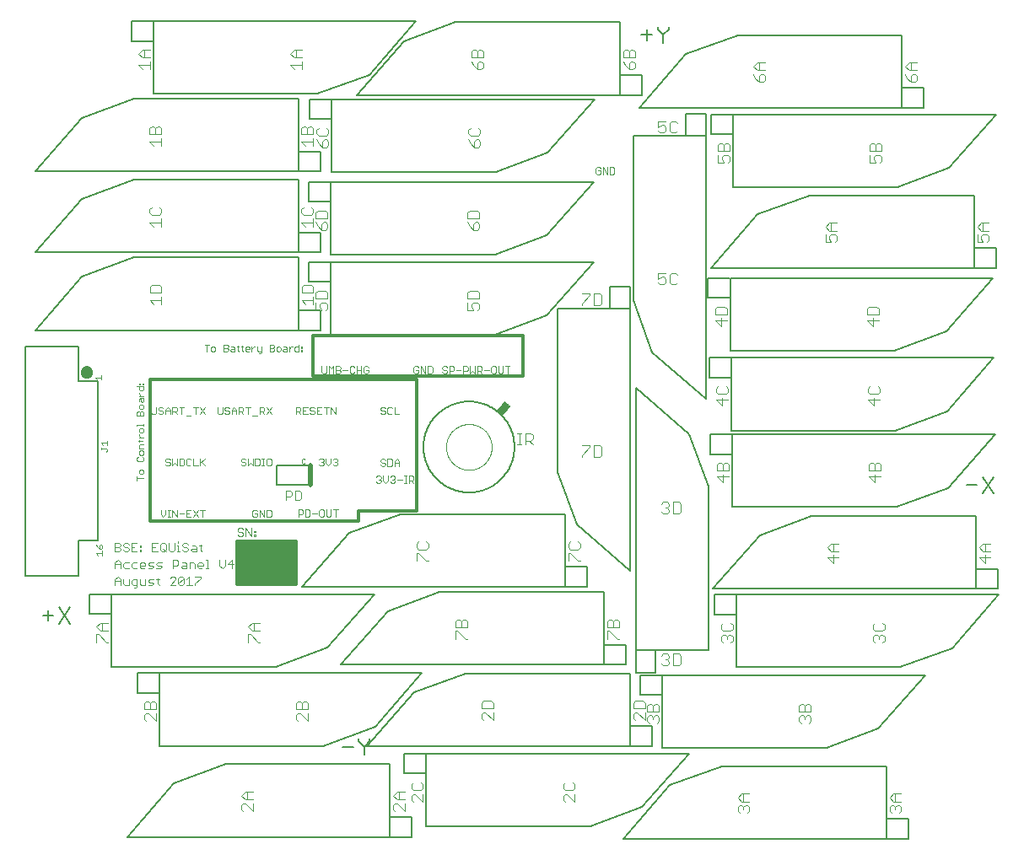
<source format=gto>
G75*
%MOIN*%
%OFA0B0*%
%FSLAX25Y25*%
%IPPOS*%
%LPD*%
%AMOC8*
5,1,8,0,0,1.08239X$1,22.5*
%
%ADD10C,0.01000*%
%ADD11C,0.00600*%
%ADD12C,0.00300*%
%ADD13C,0.01181*%
%ADD14C,0.00200*%
%ADD15C,0.00500*%
%ADD16C,0.00197*%
%ADD17C,0.00400*%
%ADD18C,0.01969*%
%ADD19C,0.00000*%
%ADD20C,0.03937*%
D10*
X0159989Y0226918D02*
X0159989Y0244241D01*
X0183611Y0244241D01*
X0183611Y0226918D01*
X0159989Y0226918D01*
X0159989Y0227066D02*
X0183611Y0227066D01*
X0183611Y0228064D02*
X0159989Y0228064D01*
X0159989Y0229063D02*
X0183611Y0229063D01*
X0183611Y0230061D02*
X0159989Y0230061D01*
X0159989Y0231060D02*
X0183611Y0231060D01*
X0183611Y0232058D02*
X0159989Y0232058D01*
X0159989Y0233057D02*
X0183611Y0233057D01*
X0183611Y0234055D02*
X0159989Y0234055D01*
X0159989Y0235054D02*
X0183611Y0235054D01*
X0183611Y0236053D02*
X0159989Y0236053D01*
X0159989Y0237051D02*
X0183611Y0237051D01*
X0183611Y0238050D02*
X0159989Y0238050D01*
X0159989Y0239048D02*
X0183611Y0239048D01*
X0183611Y0240047D02*
X0159989Y0240047D01*
X0159989Y0241045D02*
X0183611Y0241045D01*
X0183611Y0242044D02*
X0159989Y0242044D01*
X0159989Y0243042D02*
X0183611Y0243042D01*
X0183611Y0244041D02*
X0159989Y0244041D01*
D11*
X0094233Y0217876D02*
X0089963Y0211470D01*
X0087788Y0214673D02*
X0083517Y0214673D01*
X0085652Y0216808D02*
X0085652Y0212538D01*
X0089963Y0217876D02*
X0094233Y0211470D01*
X0202021Y0162704D02*
X0206292Y0162704D01*
X0208467Y0164839D02*
X0210602Y0162704D01*
X0210602Y0159502D01*
X0210602Y0162704D02*
X0212737Y0164839D01*
X0212737Y0165907D01*
X0208467Y0165907D02*
X0208467Y0164839D01*
X0448478Y0266248D02*
X0452748Y0266248D01*
X0454923Y0269450D02*
X0459194Y0263045D01*
X0454923Y0263045D02*
X0459194Y0269450D01*
X0328712Y0440998D02*
X0328712Y0444200D01*
X0330847Y0446336D01*
X0330847Y0447403D01*
X0328712Y0444200D02*
X0326577Y0446336D01*
X0326577Y0447403D01*
X0324402Y0444200D02*
X0320131Y0444200D01*
X0322267Y0446336D02*
X0322267Y0442065D01*
D12*
X0185047Y0264024D02*
X0183195Y0264024D01*
X0183195Y0260320D01*
X0185047Y0260320D01*
X0185664Y0260938D01*
X0185664Y0263406D01*
X0185047Y0264024D01*
X0181981Y0263406D02*
X0181981Y0262172D01*
X0181364Y0261555D01*
X0179512Y0261555D01*
X0179512Y0260320D02*
X0179512Y0264024D01*
X0181364Y0264024D01*
X0181981Y0263406D01*
X0167599Y0248130D02*
X0167599Y0247589D01*
X0167058Y0247589D01*
X0167058Y0248130D01*
X0167599Y0248130D01*
X0167599Y0246507D02*
X0167599Y0245966D01*
X0167058Y0245966D01*
X0167058Y0246507D01*
X0167599Y0246507D01*
X0165959Y0245966D02*
X0165959Y0249212D01*
X0163795Y0249212D02*
X0163795Y0245966D01*
X0162697Y0246507D02*
X0162156Y0245966D01*
X0161074Y0245966D01*
X0160533Y0246507D01*
X0161074Y0247589D02*
X0162156Y0247589D01*
X0162697Y0247048D01*
X0162697Y0246507D01*
X0161074Y0247589D02*
X0160533Y0248130D01*
X0160533Y0248671D01*
X0161074Y0249212D01*
X0162156Y0249212D01*
X0162697Y0248671D01*
X0163795Y0249212D02*
X0165959Y0245966D01*
X0158320Y0236613D02*
X0156697Y0234990D01*
X0158861Y0234990D01*
X0158320Y0233367D02*
X0158320Y0236613D01*
X0155598Y0236613D02*
X0155598Y0234449D01*
X0154516Y0233367D01*
X0153434Y0234449D01*
X0153434Y0236613D01*
X0148537Y0236613D02*
X0148537Y0233367D01*
X0147996Y0233367D02*
X0149078Y0233367D01*
X0146898Y0234449D02*
X0144734Y0234449D01*
X0144734Y0233908D02*
X0144734Y0234990D01*
X0145275Y0235531D01*
X0146357Y0235531D01*
X0146898Y0234990D01*
X0146898Y0234449D01*
X0146357Y0233367D02*
X0145275Y0233367D01*
X0144734Y0233908D01*
X0143635Y0233367D02*
X0143635Y0234990D01*
X0143094Y0235531D01*
X0141471Y0235531D01*
X0141471Y0233367D01*
X0140373Y0233367D02*
X0138749Y0233367D01*
X0138208Y0233908D01*
X0138749Y0234449D01*
X0140373Y0234449D01*
X0140373Y0234990D02*
X0140373Y0233367D01*
X0140373Y0234990D02*
X0139831Y0235531D01*
X0138749Y0235531D01*
X0137110Y0234990D02*
X0136569Y0234449D01*
X0134946Y0234449D01*
X0134946Y0233367D02*
X0134946Y0236613D01*
X0136569Y0236613D01*
X0137110Y0236072D01*
X0137110Y0234990D01*
X0137118Y0240060D02*
X0137118Y0242224D01*
X0136577Y0242224D01*
X0137118Y0243306D02*
X0137118Y0243847D01*
X0135479Y0243306D02*
X0135479Y0240601D01*
X0134938Y0240060D01*
X0133856Y0240060D01*
X0133315Y0240601D01*
X0133315Y0243306D01*
X0132216Y0242765D02*
X0132216Y0240601D01*
X0131675Y0240060D01*
X0130593Y0240060D01*
X0130052Y0240601D01*
X0130052Y0242765D01*
X0130593Y0243306D01*
X0131675Y0243306D01*
X0132216Y0242765D01*
X0131134Y0241142D02*
X0132216Y0240060D01*
X0128953Y0240060D02*
X0126789Y0240060D01*
X0126789Y0243306D01*
X0128953Y0243306D01*
X0127871Y0241683D02*
X0126789Y0241683D01*
X0122436Y0241683D02*
X0121895Y0241683D01*
X0121895Y0242224D01*
X0122436Y0242224D01*
X0122436Y0241683D01*
X0122436Y0240601D02*
X0122436Y0240060D01*
X0121895Y0240060D01*
X0121895Y0240601D01*
X0122436Y0240601D01*
X0120797Y0240060D02*
X0118633Y0240060D01*
X0118633Y0243306D01*
X0120797Y0243306D01*
X0119715Y0241683D02*
X0118633Y0241683D01*
X0117534Y0241142D02*
X0117534Y0240601D01*
X0116993Y0240060D01*
X0115911Y0240060D01*
X0115370Y0240601D01*
X0114272Y0240601D02*
X0114272Y0241142D01*
X0113731Y0241683D01*
X0112107Y0241683D01*
X0112107Y0240060D02*
X0112107Y0243306D01*
X0113731Y0243306D01*
X0114272Y0242765D01*
X0114272Y0242224D01*
X0113731Y0241683D01*
X0114272Y0240601D02*
X0113731Y0240060D01*
X0112107Y0240060D01*
X0113190Y0236613D02*
X0114272Y0235531D01*
X0114272Y0233367D01*
X0115370Y0233908D02*
X0115911Y0233367D01*
X0117534Y0233367D01*
X0118633Y0233908D02*
X0119174Y0233367D01*
X0120797Y0233367D01*
X0121895Y0233908D02*
X0121895Y0234990D01*
X0122436Y0235531D01*
X0123518Y0235531D01*
X0124059Y0234990D01*
X0124059Y0234449D01*
X0121895Y0234449D01*
X0121895Y0233908D02*
X0122436Y0233367D01*
X0123518Y0233367D01*
X0125158Y0233367D02*
X0126781Y0233367D01*
X0127322Y0233908D01*
X0126781Y0234449D01*
X0125699Y0234449D01*
X0125158Y0234990D01*
X0125699Y0235531D01*
X0127322Y0235531D01*
X0128421Y0234990D02*
X0128962Y0235531D01*
X0130585Y0235531D01*
X0130044Y0234449D02*
X0128962Y0234449D01*
X0128421Y0234990D01*
X0128421Y0233367D02*
X0130044Y0233367D01*
X0130585Y0233908D01*
X0130044Y0234449D01*
X0128962Y0229379D02*
X0128962Y0227215D01*
X0129503Y0226674D01*
X0129503Y0228838D02*
X0128421Y0228838D01*
X0127322Y0228838D02*
X0125699Y0228838D01*
X0125158Y0228297D01*
X0125699Y0227756D01*
X0126781Y0227756D01*
X0127322Y0227215D01*
X0126781Y0226674D01*
X0125158Y0226674D01*
X0124059Y0226674D02*
X0124059Y0228838D01*
X0124059Y0226674D02*
X0122436Y0226674D01*
X0121895Y0227215D01*
X0121895Y0228838D01*
X0120797Y0228838D02*
X0119174Y0228838D01*
X0118633Y0228297D01*
X0118633Y0227215D01*
X0119174Y0226674D01*
X0120797Y0226674D01*
X0120797Y0226133D02*
X0120797Y0228838D01*
X0120797Y0226133D02*
X0120256Y0225592D01*
X0119715Y0225592D01*
X0117534Y0226674D02*
X0117534Y0228838D01*
X0117534Y0226674D02*
X0115911Y0226674D01*
X0115370Y0227215D01*
X0115370Y0228838D01*
X0114272Y0228838D02*
X0113190Y0229920D01*
X0112107Y0228838D01*
X0112107Y0226674D01*
X0112107Y0228297D02*
X0114272Y0228297D01*
X0114272Y0228838D02*
X0114272Y0226674D01*
X0112107Y0233367D02*
X0112107Y0235531D01*
X0113190Y0236613D01*
X0114272Y0234990D02*
X0112107Y0234990D01*
X0115370Y0234990D02*
X0115911Y0235531D01*
X0117534Y0235531D01*
X0118633Y0234990D02*
X0119174Y0235531D01*
X0120797Y0235531D01*
X0118633Y0234990D02*
X0118633Y0233908D01*
X0115370Y0233908D02*
X0115370Y0234990D01*
X0117534Y0241142D02*
X0116993Y0241683D01*
X0115911Y0241683D01*
X0115370Y0242224D01*
X0115370Y0242765D01*
X0115911Y0243306D01*
X0116993Y0243306D01*
X0117534Y0242765D01*
X0136577Y0240060D02*
X0137659Y0240060D01*
X0138752Y0240601D02*
X0139293Y0240060D01*
X0140375Y0240060D01*
X0140916Y0240601D01*
X0140916Y0241142D01*
X0140375Y0241683D01*
X0139293Y0241683D01*
X0138752Y0242224D01*
X0138752Y0242765D01*
X0139293Y0243306D01*
X0140375Y0243306D01*
X0140916Y0242765D01*
X0142556Y0242224D02*
X0143638Y0242224D01*
X0144179Y0241683D01*
X0144179Y0240060D01*
X0142556Y0240060D01*
X0142015Y0240601D01*
X0142556Y0241142D01*
X0144179Y0241142D01*
X0145277Y0242224D02*
X0146360Y0242224D01*
X0145818Y0242765D02*
X0145818Y0240601D01*
X0146360Y0240060D01*
X0147996Y0236613D02*
X0148537Y0236613D01*
X0145810Y0229920D02*
X0145810Y0229379D01*
X0143646Y0227215D01*
X0143646Y0226674D01*
X0142548Y0226674D02*
X0140384Y0226674D01*
X0141466Y0226674D02*
X0141466Y0229920D01*
X0140384Y0228838D01*
X0139285Y0229379D02*
X0137121Y0227215D01*
X0137662Y0226674D01*
X0138744Y0226674D01*
X0139285Y0227215D01*
X0139285Y0229379D01*
X0138744Y0229920D01*
X0137662Y0229920D01*
X0137121Y0229379D01*
X0137121Y0227215D01*
X0136022Y0226674D02*
X0133858Y0226674D01*
X0136022Y0228838D01*
X0136022Y0229379D01*
X0135481Y0229920D01*
X0134399Y0229920D01*
X0133858Y0229379D01*
X0143646Y0229920D02*
X0145810Y0229920D01*
D13*
X0126131Y0252115D02*
X0126131Y0308020D01*
X0231249Y0308020D01*
X0231249Y0256052D01*
X0208414Y0256052D01*
X0208414Y0252115D01*
X0126131Y0252115D01*
X0190304Y0309202D02*
X0190304Y0325343D01*
X0273375Y0325343D01*
X0273375Y0309202D01*
X0190304Y0309202D01*
D14*
X0193784Y0310824D02*
X0194251Y0310357D01*
X0195185Y0310357D01*
X0195652Y0310824D01*
X0195652Y0313159D01*
X0196546Y0313159D02*
X0197480Y0312225D01*
X0198415Y0313159D01*
X0198415Y0310357D01*
X0199309Y0310357D02*
X0200710Y0310357D01*
X0201177Y0310824D01*
X0201177Y0311291D01*
X0200710Y0311758D01*
X0199309Y0311758D01*
X0200710Y0311758D02*
X0201177Y0312225D01*
X0201177Y0312692D01*
X0200710Y0313159D01*
X0199309Y0313159D01*
X0199309Y0310357D01*
X0196546Y0310357D02*
X0196546Y0313159D01*
X0193784Y0313159D02*
X0193784Y0310824D01*
X0202071Y0311758D02*
X0203939Y0311758D01*
X0204833Y0312692D02*
X0204833Y0310824D01*
X0205300Y0310357D01*
X0206235Y0310357D01*
X0206702Y0310824D01*
X0207596Y0310357D02*
X0207596Y0313159D01*
X0206702Y0312692D02*
X0206235Y0313159D01*
X0205300Y0313159D01*
X0204833Y0312692D01*
X0207596Y0311758D02*
X0209464Y0311758D01*
X0210358Y0312692D02*
X0210358Y0310824D01*
X0210825Y0310357D01*
X0211759Y0310357D01*
X0212226Y0310824D01*
X0212226Y0311758D01*
X0211292Y0311758D01*
X0210358Y0312692D02*
X0210825Y0313159D01*
X0211759Y0313159D01*
X0212226Y0312692D01*
X0209464Y0313159D02*
X0209464Y0310357D01*
X0217505Y0297017D02*
X0217038Y0296550D01*
X0217038Y0296083D01*
X0217505Y0295616D01*
X0218439Y0295616D01*
X0218906Y0295149D01*
X0218906Y0294682D01*
X0218439Y0294215D01*
X0217505Y0294215D01*
X0217038Y0294682D01*
X0217505Y0297017D02*
X0218439Y0297017D01*
X0218906Y0296550D01*
X0219800Y0296550D02*
X0219800Y0294682D01*
X0220268Y0294215D01*
X0221202Y0294215D01*
X0221669Y0294682D01*
X0222563Y0294215D02*
X0224431Y0294215D01*
X0222563Y0294215D02*
X0222563Y0297017D01*
X0221669Y0296550D02*
X0221202Y0297017D01*
X0220268Y0297017D01*
X0219800Y0296550D01*
X0230571Y0310357D02*
X0231505Y0310357D01*
X0231972Y0310824D01*
X0231972Y0311758D01*
X0231038Y0311758D01*
X0231972Y0312692D02*
X0231505Y0313159D01*
X0230571Y0313159D01*
X0230104Y0312692D01*
X0230104Y0310824D01*
X0230571Y0310357D01*
X0232866Y0310357D02*
X0232866Y0313159D01*
X0234734Y0310357D01*
X0234734Y0313159D01*
X0235628Y0313159D02*
X0237030Y0313159D01*
X0237497Y0312692D01*
X0237497Y0310824D01*
X0237030Y0310357D01*
X0235628Y0310357D01*
X0235628Y0313159D01*
X0241402Y0312692D02*
X0241402Y0312225D01*
X0241869Y0311758D01*
X0242804Y0311758D01*
X0243271Y0311291D01*
X0243271Y0310824D01*
X0242804Y0310357D01*
X0241869Y0310357D01*
X0241402Y0310824D01*
X0241402Y0312692D02*
X0241869Y0313159D01*
X0242804Y0313159D01*
X0243271Y0312692D01*
X0244165Y0313159D02*
X0245566Y0313159D01*
X0246033Y0312692D01*
X0246033Y0311758D01*
X0245566Y0311291D01*
X0244165Y0311291D01*
X0244165Y0310357D02*
X0244165Y0313159D01*
X0246927Y0311758D02*
X0248795Y0311758D01*
X0249689Y0311291D02*
X0251091Y0311291D01*
X0251558Y0311758D01*
X0251558Y0312692D01*
X0251091Y0313159D01*
X0249689Y0313159D01*
X0249689Y0310357D01*
X0252452Y0310357D02*
X0252452Y0313159D01*
X0254320Y0313159D02*
X0254320Y0310357D01*
X0253386Y0311291D01*
X0252452Y0310357D01*
X0255214Y0310357D02*
X0255214Y0313159D01*
X0256615Y0313159D01*
X0257082Y0312692D01*
X0257082Y0311758D01*
X0256615Y0311291D01*
X0255214Y0311291D01*
X0256148Y0311291D02*
X0257082Y0310357D01*
X0257976Y0311758D02*
X0259845Y0311758D01*
X0260739Y0312692D02*
X0260739Y0310824D01*
X0261206Y0310357D01*
X0262140Y0310357D01*
X0262607Y0310824D01*
X0262607Y0312692D01*
X0262140Y0313159D01*
X0261206Y0313159D01*
X0260739Y0312692D01*
X0263501Y0313159D02*
X0263501Y0310824D01*
X0263968Y0310357D01*
X0264902Y0310357D01*
X0265369Y0310824D01*
X0265369Y0313159D01*
X0266264Y0313159D02*
X0268132Y0313159D01*
X0267198Y0313159D02*
X0267198Y0310357D01*
X0224431Y0275611D02*
X0224431Y0273743D01*
X0224431Y0275144D02*
X0222563Y0275144D01*
X0222563Y0275611D02*
X0223497Y0276545D01*
X0224431Y0275611D01*
X0222563Y0275611D02*
X0222563Y0273743D01*
X0221669Y0274210D02*
X0221669Y0276078D01*
X0221202Y0276545D01*
X0219800Y0276545D01*
X0219800Y0273743D01*
X0221202Y0273743D01*
X0221669Y0274210D01*
X0218906Y0274210D02*
X0218439Y0273743D01*
X0217505Y0273743D01*
X0217038Y0274210D01*
X0217505Y0275144D02*
X0217038Y0275611D01*
X0217038Y0276078D01*
X0217505Y0276545D01*
X0218439Y0276545D01*
X0218906Y0276078D01*
X0218439Y0275144D02*
X0218906Y0274677D01*
X0218906Y0274210D01*
X0218439Y0275144D02*
X0217505Y0275144D01*
X0218088Y0269860D02*
X0218088Y0267992D01*
X0219022Y0267057D01*
X0219956Y0267992D01*
X0219956Y0269860D01*
X0220850Y0269393D02*
X0221317Y0269860D01*
X0222251Y0269860D01*
X0222718Y0269393D01*
X0222718Y0268926D01*
X0222251Y0268459D01*
X0222718Y0267992D01*
X0222718Y0267525D01*
X0222251Y0267057D01*
X0221317Y0267057D01*
X0220850Y0267525D01*
X0221784Y0268459D02*
X0222251Y0268459D01*
X0223612Y0268459D02*
X0225481Y0268459D01*
X0226375Y0269860D02*
X0227309Y0269860D01*
X0226842Y0269860D02*
X0226842Y0267057D01*
X0226375Y0267057D02*
X0227309Y0267057D01*
X0228216Y0267057D02*
X0228216Y0269860D01*
X0229617Y0269860D01*
X0230084Y0269393D01*
X0230084Y0268459D01*
X0229617Y0267992D01*
X0228216Y0267992D01*
X0229150Y0267992D02*
X0230084Y0267057D01*
X0217193Y0267525D02*
X0216726Y0267057D01*
X0215792Y0267057D01*
X0215325Y0267525D01*
X0216259Y0268459D02*
X0216726Y0268459D01*
X0217193Y0267992D01*
X0217193Y0267525D01*
X0216726Y0268459D02*
X0217193Y0268926D01*
X0217193Y0269393D01*
X0216726Y0269860D01*
X0215792Y0269860D01*
X0215325Y0269393D01*
X0200022Y0274406D02*
X0199555Y0273939D01*
X0198620Y0273939D01*
X0198153Y0274406D01*
X0197259Y0274873D02*
X0197259Y0276742D01*
X0198153Y0276275D02*
X0198620Y0276742D01*
X0199555Y0276742D01*
X0200022Y0276275D01*
X0200022Y0275808D01*
X0199555Y0275341D01*
X0200022Y0274873D01*
X0200022Y0274406D01*
X0199555Y0275341D02*
X0199087Y0275341D01*
X0197259Y0274873D02*
X0196325Y0273939D01*
X0195391Y0274873D01*
X0195391Y0276742D01*
X0194497Y0276275D02*
X0194497Y0275808D01*
X0194030Y0275341D01*
X0194497Y0274873D01*
X0194497Y0274406D01*
X0194030Y0273939D01*
X0193096Y0273939D01*
X0192629Y0274406D01*
X0193563Y0275341D02*
X0194030Y0275341D01*
X0194497Y0276275D02*
X0194030Y0276742D01*
X0193096Y0276742D01*
X0192629Y0276275D01*
X0191841Y0294215D02*
X0193709Y0294215D01*
X0192775Y0295616D02*
X0191841Y0295616D01*
X0190947Y0295149D02*
X0190480Y0295616D01*
X0189546Y0295616D01*
X0189079Y0296083D01*
X0189079Y0296550D01*
X0189546Y0297017D01*
X0190480Y0297017D01*
X0190947Y0296550D01*
X0191841Y0297017D02*
X0191841Y0294215D01*
X0190947Y0294682D02*
X0190480Y0294215D01*
X0189546Y0294215D01*
X0189079Y0294682D01*
X0188185Y0294215D02*
X0186317Y0294215D01*
X0186317Y0297017D01*
X0188185Y0297017D01*
X0187251Y0295616D02*
X0186317Y0295616D01*
X0185422Y0295616D02*
X0184955Y0295149D01*
X0183554Y0295149D01*
X0183554Y0294215D02*
X0183554Y0297017D01*
X0184955Y0297017D01*
X0185422Y0296550D01*
X0185422Y0295616D01*
X0184488Y0295149D02*
X0185422Y0294215D01*
X0190947Y0294682D02*
X0190947Y0295149D01*
X0191841Y0297017D02*
X0193709Y0297017D01*
X0194604Y0297017D02*
X0196472Y0297017D01*
X0197366Y0297017D02*
X0199234Y0294215D01*
X0199234Y0297017D01*
X0197366Y0297017D02*
X0197366Y0294215D01*
X0195538Y0294215D02*
X0195538Y0297017D01*
X0173840Y0297017D02*
X0171972Y0294215D01*
X0171078Y0294215D02*
X0170144Y0295149D01*
X0170611Y0295149D02*
X0169210Y0295149D01*
X0169210Y0294215D02*
X0169210Y0297017D01*
X0170611Y0297017D01*
X0171078Y0296550D01*
X0171078Y0295616D01*
X0170611Y0295149D01*
X0171972Y0297017D02*
X0173840Y0294215D01*
X0168316Y0293748D02*
X0166448Y0293748D01*
X0164619Y0294215D02*
X0164619Y0297017D01*
X0163685Y0297017D02*
X0165553Y0297017D01*
X0162791Y0296550D02*
X0162791Y0295616D01*
X0162324Y0295149D01*
X0160923Y0295149D01*
X0161857Y0295149D02*
X0162791Y0294215D01*
X0160923Y0294215D02*
X0160923Y0297017D01*
X0162324Y0297017D01*
X0162791Y0296550D01*
X0160029Y0296083D02*
X0160029Y0294215D01*
X0160029Y0295616D02*
X0158160Y0295616D01*
X0158160Y0296083D02*
X0159095Y0297017D01*
X0160029Y0296083D01*
X0158160Y0296083D02*
X0158160Y0294215D01*
X0157266Y0294682D02*
X0156799Y0294215D01*
X0155865Y0294215D01*
X0155398Y0294682D01*
X0154504Y0294682D02*
X0154504Y0297017D01*
X0155398Y0296550D02*
X0155398Y0296083D01*
X0155865Y0295616D01*
X0156799Y0295616D01*
X0157266Y0295149D01*
X0157266Y0294682D01*
X0157266Y0296550D02*
X0156799Y0297017D01*
X0155865Y0297017D01*
X0155398Y0296550D01*
X0154504Y0294682D02*
X0154037Y0294215D01*
X0153103Y0294215D01*
X0152636Y0294682D01*
X0152636Y0297017D01*
X0147659Y0297017D02*
X0145791Y0294215D01*
X0143963Y0294215D02*
X0143963Y0297017D01*
X0143029Y0297017D02*
X0144897Y0297017D01*
X0145791Y0297017D02*
X0147659Y0294215D01*
X0142135Y0293748D02*
X0140266Y0293748D01*
X0138438Y0294215D02*
X0138438Y0297017D01*
X0137504Y0297017D02*
X0139372Y0297017D01*
X0136610Y0296550D02*
X0136610Y0295616D01*
X0136143Y0295149D01*
X0134742Y0295149D01*
X0135676Y0295149D02*
X0136610Y0294215D01*
X0134742Y0294215D02*
X0134742Y0297017D01*
X0136143Y0297017D01*
X0136610Y0296550D01*
X0133848Y0296083D02*
X0133848Y0294215D01*
X0133848Y0295616D02*
X0131979Y0295616D01*
X0131979Y0296083D02*
X0132913Y0297017D01*
X0133848Y0296083D01*
X0131979Y0296083D02*
X0131979Y0294215D01*
X0131085Y0294682D02*
X0130618Y0294215D01*
X0129684Y0294215D01*
X0129217Y0294682D01*
X0128323Y0294682D02*
X0128323Y0297017D01*
X0129217Y0296550D02*
X0129217Y0296083D01*
X0129684Y0295616D01*
X0130618Y0295616D01*
X0131085Y0295149D01*
X0131085Y0294682D01*
X0131085Y0296550D02*
X0130618Y0297017D01*
X0129684Y0297017D01*
X0129217Y0296550D01*
X0128323Y0294682D02*
X0127856Y0294215D01*
X0126922Y0294215D01*
X0126455Y0294682D01*
X0126455Y0297017D01*
X0123275Y0296726D02*
X0122848Y0296300D01*
X0121996Y0296300D01*
X0121569Y0296726D01*
X0121569Y0297579D01*
X0121996Y0298005D01*
X0122848Y0298005D01*
X0123275Y0297579D01*
X0123275Y0296726D01*
X0122848Y0295467D02*
X0123275Y0295041D01*
X0123275Y0293762D01*
X0120717Y0293762D01*
X0120717Y0295041D01*
X0121143Y0295467D01*
X0121569Y0295467D01*
X0121996Y0295041D01*
X0121996Y0293762D01*
X0121996Y0295041D02*
X0122422Y0295467D01*
X0122848Y0295467D01*
X0122848Y0298837D02*
X0122422Y0299263D01*
X0122422Y0300542D01*
X0121996Y0300542D02*
X0123275Y0300542D01*
X0123275Y0299263D01*
X0122848Y0298837D01*
X0121569Y0299263D02*
X0121569Y0300116D01*
X0121996Y0300542D01*
X0122422Y0301375D02*
X0121569Y0302227D01*
X0121569Y0302654D01*
X0121996Y0303489D02*
X0121569Y0303916D01*
X0121569Y0305195D01*
X0121569Y0306027D02*
X0121996Y0306027D01*
X0121996Y0306453D01*
X0121569Y0306453D01*
X0121569Y0306027D01*
X0120717Y0305195D02*
X0123275Y0305195D01*
X0123275Y0303916D01*
X0122848Y0303489D01*
X0121996Y0303489D01*
X0121569Y0301375D02*
X0123275Y0301375D01*
X0123275Y0306027D02*
X0122848Y0306027D01*
X0122848Y0306453D01*
X0123275Y0306453D01*
X0123275Y0306027D01*
X0123275Y0290385D02*
X0123275Y0289533D01*
X0123275Y0289959D02*
X0120717Y0289959D01*
X0120717Y0289533D01*
X0121569Y0288274D02*
X0121569Y0287421D01*
X0121996Y0286995D01*
X0122848Y0286995D01*
X0123275Y0287421D01*
X0123275Y0288274D01*
X0122848Y0288700D01*
X0121996Y0288700D01*
X0121569Y0288274D01*
X0121569Y0286159D02*
X0121569Y0285733D01*
X0122422Y0284880D01*
X0123275Y0284880D02*
X0121569Y0284880D01*
X0121569Y0284041D02*
X0121569Y0283189D01*
X0121143Y0283615D02*
X0122848Y0283615D01*
X0123275Y0284041D01*
X0123275Y0282356D02*
X0121996Y0282356D01*
X0121569Y0281930D01*
X0121569Y0280651D01*
X0123275Y0280651D01*
X0122848Y0279819D02*
X0121996Y0279819D01*
X0121569Y0279392D01*
X0121569Y0278540D01*
X0121996Y0278113D01*
X0122848Y0278113D01*
X0123275Y0278540D01*
X0123275Y0279392D01*
X0122848Y0279819D01*
X0122848Y0277281D02*
X0123275Y0276855D01*
X0123275Y0276002D01*
X0122848Y0275576D01*
X0121143Y0275576D01*
X0120717Y0276002D01*
X0120717Y0276855D01*
X0121143Y0277281D01*
X0121996Y0272206D02*
X0121569Y0271780D01*
X0121569Y0270927D01*
X0121996Y0270501D01*
X0122848Y0270501D01*
X0123275Y0270927D01*
X0123275Y0271780D01*
X0122848Y0272206D01*
X0121996Y0272206D01*
X0120717Y0269668D02*
X0120717Y0267963D01*
X0120717Y0268816D02*
X0123275Y0268816D01*
X0131979Y0274406D02*
X0132446Y0273939D01*
X0133381Y0273939D01*
X0133848Y0274406D01*
X0133848Y0274873D01*
X0133381Y0275341D01*
X0132446Y0275341D01*
X0131979Y0275808D01*
X0131979Y0276275D01*
X0132446Y0276742D01*
X0133381Y0276742D01*
X0133848Y0276275D01*
X0134742Y0276742D02*
X0134742Y0273939D01*
X0135676Y0274873D01*
X0136610Y0273939D01*
X0136610Y0276742D01*
X0137504Y0276742D02*
X0138905Y0276742D01*
X0139372Y0276275D01*
X0139372Y0274406D01*
X0138905Y0273939D01*
X0137504Y0273939D01*
X0137504Y0276742D01*
X0140266Y0276275D02*
X0140266Y0274406D01*
X0140734Y0273939D01*
X0141668Y0273939D01*
X0142135Y0274406D01*
X0143029Y0273939D02*
X0144897Y0273939D01*
X0145791Y0273939D02*
X0145791Y0276742D01*
X0146258Y0275341D02*
X0147659Y0273939D01*
X0145791Y0274873D02*
X0147659Y0276742D01*
X0143029Y0276742D02*
X0143029Y0273939D01*
X0142135Y0276275D02*
X0141668Y0276742D01*
X0140734Y0276742D01*
X0140266Y0276275D01*
X0140266Y0256466D02*
X0140266Y0253664D01*
X0142135Y0253664D01*
X0143029Y0253664D02*
X0144897Y0256466D01*
X0145791Y0256466D02*
X0147659Y0256466D01*
X0146725Y0256466D02*
X0146725Y0253664D01*
X0144897Y0253664D02*
X0143029Y0256466D01*
X0142135Y0256466D02*
X0140266Y0256466D01*
X0140266Y0255065D02*
X0141201Y0255065D01*
X0139372Y0255065D02*
X0137504Y0255065D01*
X0136610Y0253664D02*
X0136610Y0256466D01*
X0134742Y0256466D02*
X0136610Y0253664D01*
X0134742Y0253664D02*
X0134742Y0256466D01*
X0133834Y0256466D02*
X0132900Y0256466D01*
X0133367Y0256466D02*
X0133367Y0253664D01*
X0132900Y0253664D02*
X0133834Y0253664D01*
X0132006Y0254598D02*
X0132006Y0256466D01*
X0132006Y0254598D02*
X0131072Y0253664D01*
X0130138Y0254598D01*
X0130138Y0256466D01*
X0107133Y0242295D02*
X0106707Y0242721D01*
X0106280Y0242721D01*
X0105854Y0242295D01*
X0105854Y0241016D01*
X0106707Y0241016D01*
X0107133Y0241442D01*
X0107133Y0242295D01*
X0105854Y0241016D02*
X0105001Y0241869D01*
X0104575Y0242721D01*
X0104575Y0239331D02*
X0107133Y0239331D01*
X0107133Y0238478D02*
X0107133Y0240184D01*
X0105428Y0238478D02*
X0104575Y0239331D01*
X0108675Y0279423D02*
X0109102Y0279850D01*
X0109102Y0280276D01*
X0108675Y0280702D01*
X0106543Y0280702D01*
X0106543Y0280276D02*
X0106543Y0281129D01*
X0107396Y0281961D02*
X0106543Y0282814D01*
X0109102Y0282814D01*
X0109102Y0283666D02*
X0109102Y0281961D01*
X0106739Y0307945D02*
X0106739Y0309650D01*
X0106739Y0308798D02*
X0104181Y0308798D01*
X0105034Y0307945D01*
X0147491Y0321702D02*
X0149196Y0321702D01*
X0148343Y0321702D02*
X0148343Y0319144D01*
X0150028Y0319570D02*
X0150454Y0319144D01*
X0151307Y0319144D01*
X0151734Y0319570D01*
X0151734Y0320423D01*
X0151307Y0320849D01*
X0150454Y0320849D01*
X0150028Y0320423D01*
X0150028Y0319570D01*
X0155103Y0319144D02*
X0156382Y0319144D01*
X0156809Y0319570D01*
X0156809Y0319997D01*
X0156382Y0320423D01*
X0155103Y0320423D01*
X0155103Y0319144D02*
X0155103Y0321702D01*
X0156382Y0321702D01*
X0156809Y0321276D01*
X0156809Y0320849D01*
X0156382Y0320423D01*
X0157641Y0319570D02*
X0158067Y0319997D01*
X0159346Y0319997D01*
X0159346Y0320423D02*
X0159346Y0319144D01*
X0158067Y0319144D01*
X0157641Y0319570D01*
X0158067Y0320849D02*
X0158920Y0320849D01*
X0159346Y0320423D01*
X0160179Y0320849D02*
X0161031Y0320849D01*
X0160605Y0321276D02*
X0160605Y0319570D01*
X0161031Y0319144D01*
X0162297Y0319570D02*
X0162723Y0319144D01*
X0162297Y0319570D02*
X0162297Y0321276D01*
X0161870Y0320849D02*
X0162723Y0320849D01*
X0163562Y0320423D02*
X0163988Y0320849D01*
X0164841Y0320849D01*
X0165267Y0320423D01*
X0165267Y0319997D01*
X0163562Y0319997D01*
X0163562Y0320423D02*
X0163562Y0319570D01*
X0163988Y0319144D01*
X0164841Y0319144D01*
X0166100Y0319144D02*
X0166100Y0320849D01*
X0166100Y0319997D02*
X0166952Y0320849D01*
X0167379Y0320849D01*
X0168214Y0320849D02*
X0168214Y0319570D01*
X0168641Y0319144D01*
X0169920Y0319144D01*
X0169920Y0318718D02*
X0169493Y0318291D01*
X0169067Y0318291D01*
X0169920Y0318718D02*
X0169920Y0320849D01*
X0173289Y0320423D02*
X0174569Y0320423D01*
X0174995Y0319997D01*
X0174995Y0319570D01*
X0174569Y0319144D01*
X0173289Y0319144D01*
X0173289Y0321702D01*
X0174569Y0321702D01*
X0174995Y0321276D01*
X0174995Y0320849D01*
X0174569Y0320423D01*
X0175827Y0320423D02*
X0175827Y0319570D01*
X0176253Y0319144D01*
X0177106Y0319144D01*
X0177532Y0319570D01*
X0177532Y0320423D01*
X0177106Y0320849D01*
X0176253Y0320849D01*
X0175827Y0320423D01*
X0178365Y0319570D02*
X0178791Y0319997D01*
X0180070Y0319997D01*
X0180070Y0320423D02*
X0180070Y0319144D01*
X0178791Y0319144D01*
X0178365Y0319570D01*
X0178791Y0320849D02*
X0179644Y0320849D01*
X0180070Y0320423D01*
X0180902Y0319997D02*
X0181755Y0320849D01*
X0182181Y0320849D01*
X0183017Y0320423D02*
X0183443Y0320849D01*
X0184722Y0320849D01*
X0185555Y0320849D02*
X0185555Y0320423D01*
X0185981Y0320423D01*
X0185981Y0320849D01*
X0185555Y0320849D01*
X0184722Y0321702D02*
X0184722Y0319144D01*
X0183443Y0319144D01*
X0183017Y0319570D01*
X0183017Y0320423D01*
X0180902Y0320849D02*
X0180902Y0319144D01*
X0185555Y0319144D02*
X0185555Y0319570D01*
X0185981Y0319570D01*
X0185981Y0319144D01*
X0185555Y0319144D01*
X0173373Y0276742D02*
X0173841Y0276275D01*
X0173841Y0274406D01*
X0173373Y0273939D01*
X0172439Y0273939D01*
X0171972Y0274406D01*
X0171972Y0276275D01*
X0172439Y0276742D01*
X0173373Y0276742D01*
X0171065Y0276742D02*
X0170131Y0276742D01*
X0170598Y0276742D02*
X0170598Y0273939D01*
X0170131Y0273939D02*
X0171065Y0273939D01*
X0169237Y0274406D02*
X0169237Y0276275D01*
X0168770Y0276742D01*
X0167368Y0276742D01*
X0167368Y0273939D01*
X0168770Y0273939D01*
X0169237Y0274406D01*
X0166474Y0273939D02*
X0166474Y0276742D01*
X0164606Y0276742D02*
X0164606Y0273939D01*
X0165540Y0274873D01*
X0166474Y0273939D01*
X0163712Y0274406D02*
X0163245Y0273939D01*
X0162311Y0273939D01*
X0161844Y0274406D01*
X0162311Y0275341D02*
X0163245Y0275341D01*
X0163712Y0274873D01*
X0163712Y0274406D01*
X0162311Y0275341D02*
X0161844Y0275808D01*
X0161844Y0276275D01*
X0162311Y0276742D01*
X0163245Y0276742D01*
X0163712Y0276275D01*
X0166915Y0256466D02*
X0166448Y0255999D01*
X0166448Y0254131D01*
X0166915Y0253664D01*
X0167849Y0253664D01*
X0168316Y0254131D01*
X0168316Y0255065D01*
X0167382Y0255065D01*
X0168316Y0255999D02*
X0167849Y0256466D01*
X0166915Y0256466D01*
X0169210Y0256466D02*
X0171078Y0253664D01*
X0171078Y0256466D01*
X0171972Y0256466D02*
X0173373Y0256466D01*
X0173841Y0255999D01*
X0173841Y0254131D01*
X0173373Y0253664D01*
X0171972Y0253664D01*
X0171972Y0256466D01*
X0169210Y0256466D02*
X0169210Y0253664D01*
X0184485Y0253715D02*
X0184485Y0256517D01*
X0185886Y0256517D01*
X0186353Y0256050D01*
X0186353Y0255116D01*
X0185886Y0254649D01*
X0184485Y0254649D01*
X0187247Y0253715D02*
X0188648Y0253715D01*
X0189115Y0254182D01*
X0189115Y0256050D01*
X0188648Y0256517D01*
X0187247Y0256517D01*
X0187247Y0253715D01*
X0190010Y0255116D02*
X0191878Y0255116D01*
X0192772Y0256050D02*
X0192772Y0254182D01*
X0193239Y0253715D01*
X0194173Y0253715D01*
X0194640Y0254182D01*
X0194640Y0256050D01*
X0194173Y0256517D01*
X0193239Y0256517D01*
X0192772Y0256050D01*
X0195534Y0256517D02*
X0195534Y0254182D01*
X0196001Y0253715D01*
X0196935Y0253715D01*
X0197403Y0254182D01*
X0197403Y0256517D01*
X0198297Y0256517D02*
X0200165Y0256517D01*
X0199231Y0256517D02*
X0199231Y0253715D01*
X0302545Y0389097D02*
X0303479Y0389097D01*
X0303946Y0389564D01*
X0303946Y0390498D01*
X0303012Y0390498D01*
X0303946Y0391432D02*
X0303479Y0391899D01*
X0302545Y0391899D01*
X0302077Y0391432D01*
X0302077Y0389564D01*
X0302545Y0389097D01*
X0304840Y0389097D02*
X0304840Y0391899D01*
X0306708Y0389097D01*
X0306708Y0391899D01*
X0307602Y0391899D02*
X0309003Y0391899D01*
X0309470Y0391432D01*
X0309470Y0389564D01*
X0309003Y0389097D01*
X0307602Y0389097D01*
X0307602Y0391899D01*
D15*
X0135335Y0148296D02*
X0116831Y0127115D01*
X0220690Y0127115D01*
X0220729Y0127115D02*
X0220729Y0155894D01*
X0155847Y0155894D01*
X0135335Y0148296D01*
X0129564Y0163139D02*
X0194446Y0163139D01*
X0214957Y0170737D01*
X0233461Y0191918D01*
X0129603Y0191918D01*
X0129564Y0191918D02*
X0129564Y0163139D01*
X0129524Y0184044D02*
X0120863Y0184044D01*
X0120863Y0191918D01*
X0129524Y0191918D01*
X0110698Y0194359D02*
X0175580Y0194359D01*
X0196091Y0201957D01*
X0214595Y0223139D01*
X0110737Y0223139D01*
X0110698Y0223139D02*
X0110698Y0194359D01*
X0110658Y0215265D02*
X0101997Y0215265D01*
X0101997Y0223139D01*
X0110658Y0223139D01*
X0097784Y0230461D02*
X0097784Y0244241D01*
X0105265Y0244241D01*
X0105265Y0307233D01*
X0097784Y0307233D01*
X0097784Y0321013D01*
X0076524Y0321013D01*
X0076524Y0230461D01*
X0097784Y0230461D01*
X0175941Y0266159D02*
X0175941Y0274033D01*
X0189327Y0274033D01*
X0189721Y0274033D01*
X0189721Y0266159D01*
X0189327Y0266159D01*
X0175941Y0266159D01*
X0204595Y0247154D02*
X0225107Y0254753D01*
X0289989Y0254753D01*
X0289989Y0225973D01*
X0290028Y0225973D02*
X0298690Y0225973D01*
X0298690Y0233847D01*
X0290028Y0233847D01*
X0289950Y0225973D02*
X0186091Y0225973D01*
X0204595Y0247154D01*
X0219950Y0216446D02*
X0240461Y0224044D01*
X0305343Y0224044D01*
X0305343Y0195265D01*
X0305304Y0195265D02*
X0201446Y0195265D01*
X0219950Y0216446D01*
X0230217Y0184202D02*
X0250729Y0191800D01*
X0315611Y0191800D01*
X0315611Y0163020D01*
X0315572Y0163020D02*
X0211713Y0163020D01*
X0230217Y0184202D01*
X0226375Y0160028D02*
X0235036Y0160028D01*
X0235076Y0160028D02*
X0235076Y0131249D01*
X0299957Y0131249D01*
X0320469Y0138847D01*
X0338973Y0160028D01*
X0235115Y0160028D01*
X0235036Y0152154D02*
X0226375Y0152154D01*
X0226375Y0160028D01*
X0229430Y0134989D02*
X0220769Y0134989D01*
X0220769Y0127115D02*
X0229430Y0127115D01*
X0229430Y0134989D01*
X0305383Y0195265D02*
X0314044Y0195265D01*
X0314044Y0203139D01*
X0305383Y0203139D01*
X0317824Y0200863D02*
X0317824Y0304721D01*
X0339005Y0286217D01*
X0346603Y0265706D01*
X0346603Y0200824D01*
X0317824Y0200824D01*
X0317824Y0200784D02*
X0317824Y0192123D01*
X0325698Y0192123D01*
X0325698Y0200784D01*
X0328272Y0191131D02*
X0319611Y0191131D01*
X0319611Y0183257D01*
X0328272Y0183257D01*
X0328312Y0191131D02*
X0328312Y0162351D01*
X0393194Y0162351D01*
X0413706Y0169950D01*
X0432209Y0191131D01*
X0328351Y0191131D01*
X0324312Y0170894D02*
X0315650Y0170894D01*
X0324312Y0170894D02*
X0324312Y0163020D01*
X0315650Y0163020D01*
X0331469Y0147509D02*
X0351981Y0155107D01*
X0416863Y0155107D01*
X0416863Y0126328D01*
X0416902Y0126328D02*
X0425564Y0126328D01*
X0425564Y0134202D01*
X0416902Y0134202D01*
X0416824Y0126328D02*
X0312965Y0126328D01*
X0331469Y0147509D01*
X0357517Y0194162D02*
X0422398Y0194162D01*
X0442910Y0201761D01*
X0461414Y0222942D01*
X0357556Y0222942D01*
X0357517Y0222942D02*
X0357517Y0194162D01*
X0357477Y0215068D02*
X0348816Y0215068D01*
X0348816Y0222942D01*
X0357477Y0222942D01*
X0348328Y0225225D02*
X0366831Y0246406D01*
X0387343Y0254005D01*
X0452225Y0254005D01*
X0452225Y0225225D01*
X0452186Y0225225D02*
X0348328Y0225225D01*
X0315658Y0232154D02*
X0294477Y0250658D01*
X0286879Y0271170D01*
X0286879Y0336052D01*
X0315658Y0336052D01*
X0315658Y0336091D02*
X0315658Y0344753D01*
X0307784Y0344753D01*
X0307784Y0336091D01*
X0315658Y0336013D02*
X0315658Y0232154D01*
X0355942Y0257548D02*
X0420824Y0257548D01*
X0441335Y0265146D01*
X0459839Y0286328D01*
X0355981Y0286328D01*
X0355942Y0286328D02*
X0355942Y0257548D01*
X0355902Y0278454D02*
X0347241Y0278454D01*
X0347241Y0286328D01*
X0355902Y0286328D01*
X0355548Y0287784D02*
X0420430Y0287784D01*
X0440942Y0295383D01*
X0459446Y0316564D01*
X0355587Y0316564D01*
X0355548Y0316564D02*
X0355548Y0287784D01*
X0345619Y0300296D02*
X0324438Y0318800D01*
X0316839Y0339312D01*
X0316839Y0404194D01*
X0345619Y0404194D01*
X0345619Y0404233D02*
X0345619Y0412894D01*
X0337745Y0412894D01*
X0337745Y0404233D01*
X0345619Y0404154D02*
X0345619Y0300296D01*
X0346847Y0308690D02*
X0346847Y0316564D01*
X0355509Y0316564D01*
X0355154Y0319359D02*
X0420036Y0319359D01*
X0440548Y0326957D01*
X0459052Y0348139D01*
X0355194Y0348139D01*
X0355154Y0348139D02*
X0355154Y0319359D01*
X0355509Y0308690D02*
X0346847Y0308690D01*
X0346454Y0340265D02*
X0346454Y0348139D01*
X0355115Y0348139D01*
X0355115Y0340265D02*
X0346454Y0340265D01*
X0347611Y0351997D02*
X0366115Y0373178D01*
X0386627Y0380776D01*
X0451509Y0380776D01*
X0451509Y0351997D01*
X0451548Y0351997D02*
X0460209Y0351997D01*
X0460209Y0359871D01*
X0451548Y0359871D01*
X0451469Y0351997D02*
X0347611Y0351997D01*
X0356265Y0383926D02*
X0421146Y0383926D01*
X0441658Y0391524D01*
X0460162Y0412706D01*
X0356304Y0412706D01*
X0356265Y0412706D02*
X0356265Y0383926D01*
X0356225Y0404831D02*
X0347564Y0404831D01*
X0347564Y0412706D01*
X0356225Y0412706D01*
X0337666Y0436524D02*
X0358178Y0444123D01*
X0423060Y0444123D01*
X0423060Y0415343D01*
X0423099Y0415343D02*
X0431761Y0415343D01*
X0431761Y0423217D01*
X0423099Y0423217D01*
X0423020Y0415343D02*
X0319162Y0415343D01*
X0337666Y0436524D01*
X0320343Y0428335D02*
X0320343Y0420461D01*
X0311682Y0420461D01*
X0311643Y0420461D02*
X0311643Y0449241D01*
X0246761Y0449241D01*
X0226249Y0441643D01*
X0207745Y0420461D01*
X0311603Y0420461D01*
X0311682Y0428335D02*
X0320343Y0428335D01*
X0301603Y0418808D02*
X0283099Y0397627D01*
X0262587Y0390028D01*
X0197706Y0390028D01*
X0197706Y0418808D01*
X0197745Y0418808D02*
X0301603Y0418808D01*
X0301209Y0386131D02*
X0282706Y0364950D01*
X0262194Y0357351D01*
X0197312Y0357351D01*
X0197312Y0386131D01*
X0197351Y0386131D02*
X0301209Y0386131D01*
X0301178Y0354359D02*
X0282674Y0333178D01*
X0262162Y0325580D01*
X0197280Y0325580D01*
X0197280Y0354359D01*
X0197241Y0354359D02*
X0188580Y0354359D01*
X0188580Y0346485D01*
X0197241Y0346485D01*
X0197320Y0354359D02*
X0301178Y0354359D01*
X0233975Y0281271D02*
X0233980Y0281712D01*
X0233997Y0282153D01*
X0234024Y0282593D01*
X0234062Y0283033D01*
X0234110Y0283471D01*
X0234170Y0283909D01*
X0234240Y0284344D01*
X0234320Y0284778D01*
X0234412Y0285210D01*
X0234514Y0285639D01*
X0234626Y0286065D01*
X0234749Y0286489D01*
X0234882Y0286910D01*
X0235026Y0287327D01*
X0235180Y0287740D01*
X0235343Y0288150D01*
X0235517Y0288556D01*
X0235701Y0288957D01*
X0235894Y0289353D01*
X0236098Y0289745D01*
X0236310Y0290131D01*
X0236532Y0290513D01*
X0236764Y0290888D01*
X0237005Y0291258D01*
X0237254Y0291622D01*
X0237513Y0291979D01*
X0237780Y0292330D01*
X0238055Y0292675D01*
X0238339Y0293012D01*
X0238632Y0293343D01*
X0238932Y0293666D01*
X0239240Y0293982D01*
X0239556Y0294290D01*
X0239879Y0294590D01*
X0240210Y0294883D01*
X0240547Y0295167D01*
X0240892Y0295442D01*
X0241243Y0295709D01*
X0241600Y0295968D01*
X0241964Y0296217D01*
X0242334Y0296458D01*
X0242709Y0296690D01*
X0243091Y0296912D01*
X0243477Y0297124D01*
X0243869Y0297328D01*
X0244265Y0297521D01*
X0244666Y0297705D01*
X0245072Y0297879D01*
X0245482Y0298042D01*
X0245895Y0298196D01*
X0246312Y0298340D01*
X0246733Y0298473D01*
X0247157Y0298596D01*
X0247583Y0298708D01*
X0248012Y0298810D01*
X0248444Y0298902D01*
X0248878Y0298982D01*
X0249313Y0299052D01*
X0249751Y0299112D01*
X0250189Y0299160D01*
X0250629Y0299198D01*
X0251069Y0299225D01*
X0251510Y0299242D01*
X0251951Y0299247D01*
X0252392Y0299242D01*
X0252833Y0299225D01*
X0253273Y0299198D01*
X0253713Y0299160D01*
X0254151Y0299112D01*
X0254589Y0299052D01*
X0255024Y0298982D01*
X0255458Y0298902D01*
X0255890Y0298810D01*
X0256319Y0298708D01*
X0256745Y0298596D01*
X0257169Y0298473D01*
X0257590Y0298340D01*
X0258007Y0298196D01*
X0258420Y0298042D01*
X0258830Y0297879D01*
X0259236Y0297705D01*
X0259637Y0297521D01*
X0260033Y0297328D01*
X0260425Y0297124D01*
X0260811Y0296912D01*
X0261193Y0296690D01*
X0261568Y0296458D01*
X0261938Y0296217D01*
X0262302Y0295968D01*
X0262659Y0295709D01*
X0263010Y0295442D01*
X0263355Y0295167D01*
X0263692Y0294883D01*
X0264023Y0294590D01*
X0264346Y0294290D01*
X0264662Y0293982D01*
X0264970Y0293666D01*
X0265270Y0293343D01*
X0265563Y0293012D01*
X0265847Y0292675D01*
X0266122Y0292330D01*
X0266389Y0291979D01*
X0266648Y0291622D01*
X0266897Y0291258D01*
X0267138Y0290888D01*
X0267370Y0290513D01*
X0267592Y0290131D01*
X0267804Y0289745D01*
X0268008Y0289353D01*
X0268201Y0288957D01*
X0268385Y0288556D01*
X0268559Y0288150D01*
X0268722Y0287740D01*
X0268876Y0287327D01*
X0269020Y0286910D01*
X0269153Y0286489D01*
X0269276Y0286065D01*
X0269388Y0285639D01*
X0269490Y0285210D01*
X0269582Y0284778D01*
X0269662Y0284344D01*
X0269732Y0283909D01*
X0269792Y0283471D01*
X0269840Y0283033D01*
X0269878Y0282593D01*
X0269905Y0282153D01*
X0269922Y0281712D01*
X0269927Y0281271D01*
X0269922Y0280830D01*
X0269905Y0280389D01*
X0269878Y0279949D01*
X0269840Y0279509D01*
X0269792Y0279071D01*
X0269732Y0278633D01*
X0269662Y0278198D01*
X0269582Y0277764D01*
X0269490Y0277332D01*
X0269388Y0276903D01*
X0269276Y0276477D01*
X0269153Y0276053D01*
X0269020Y0275632D01*
X0268876Y0275215D01*
X0268722Y0274802D01*
X0268559Y0274392D01*
X0268385Y0273986D01*
X0268201Y0273585D01*
X0268008Y0273189D01*
X0267804Y0272797D01*
X0267592Y0272411D01*
X0267370Y0272029D01*
X0267138Y0271654D01*
X0266897Y0271284D01*
X0266648Y0270920D01*
X0266389Y0270563D01*
X0266122Y0270212D01*
X0265847Y0269867D01*
X0265563Y0269530D01*
X0265270Y0269199D01*
X0264970Y0268876D01*
X0264662Y0268560D01*
X0264346Y0268252D01*
X0264023Y0267952D01*
X0263692Y0267659D01*
X0263355Y0267375D01*
X0263010Y0267100D01*
X0262659Y0266833D01*
X0262302Y0266574D01*
X0261938Y0266325D01*
X0261568Y0266084D01*
X0261193Y0265852D01*
X0260811Y0265630D01*
X0260425Y0265418D01*
X0260033Y0265214D01*
X0259637Y0265021D01*
X0259236Y0264837D01*
X0258830Y0264663D01*
X0258420Y0264500D01*
X0258007Y0264346D01*
X0257590Y0264202D01*
X0257169Y0264069D01*
X0256745Y0263946D01*
X0256319Y0263834D01*
X0255890Y0263732D01*
X0255458Y0263640D01*
X0255024Y0263560D01*
X0254589Y0263490D01*
X0254151Y0263430D01*
X0253713Y0263382D01*
X0253273Y0263344D01*
X0252833Y0263317D01*
X0252392Y0263300D01*
X0251951Y0263295D01*
X0251510Y0263300D01*
X0251069Y0263317D01*
X0250629Y0263344D01*
X0250189Y0263382D01*
X0249751Y0263430D01*
X0249313Y0263490D01*
X0248878Y0263560D01*
X0248444Y0263640D01*
X0248012Y0263732D01*
X0247583Y0263834D01*
X0247157Y0263946D01*
X0246733Y0264069D01*
X0246312Y0264202D01*
X0245895Y0264346D01*
X0245482Y0264500D01*
X0245072Y0264663D01*
X0244666Y0264837D01*
X0244265Y0265021D01*
X0243869Y0265214D01*
X0243477Y0265418D01*
X0243091Y0265630D01*
X0242709Y0265852D01*
X0242334Y0266084D01*
X0241964Y0266325D01*
X0241600Y0266574D01*
X0241243Y0266833D01*
X0240892Y0267100D01*
X0240547Y0267375D01*
X0240210Y0267659D01*
X0239879Y0267952D01*
X0239556Y0268252D01*
X0239240Y0268560D01*
X0238932Y0268876D01*
X0238632Y0269199D01*
X0238339Y0269530D01*
X0238055Y0269867D01*
X0237780Y0270212D01*
X0237513Y0270563D01*
X0237254Y0270920D01*
X0237005Y0271284D01*
X0236764Y0271654D01*
X0236532Y0272029D01*
X0236310Y0272411D01*
X0236098Y0272797D01*
X0235894Y0273189D01*
X0235701Y0273585D01*
X0235517Y0273986D01*
X0235343Y0274392D01*
X0235180Y0274802D01*
X0235026Y0275215D01*
X0234882Y0275632D01*
X0234749Y0276053D01*
X0234626Y0276477D01*
X0234514Y0276903D01*
X0234412Y0277332D01*
X0234320Y0277764D01*
X0234240Y0278198D01*
X0234170Y0278633D01*
X0234110Y0279071D01*
X0234062Y0279509D01*
X0234024Y0279949D01*
X0233997Y0280389D01*
X0233980Y0280830D01*
X0233975Y0281271D01*
X0193209Y0327430D02*
X0184548Y0327430D01*
X0184509Y0327430D02*
X0184509Y0356209D01*
X0119627Y0356209D01*
X0099115Y0348611D01*
X0080611Y0327430D01*
X0184469Y0327430D01*
X0193209Y0327430D02*
X0193209Y0335304D01*
X0184548Y0335304D01*
X0184517Y0358257D02*
X0193178Y0358257D01*
X0193178Y0366131D01*
X0184517Y0366131D01*
X0184477Y0358257D02*
X0184477Y0387036D01*
X0119595Y0387036D01*
X0099083Y0379438D01*
X0080580Y0358257D01*
X0184438Y0358257D01*
X0188611Y0378257D02*
X0188611Y0386131D01*
X0197272Y0386131D01*
X0193178Y0390186D02*
X0184517Y0390186D01*
X0184477Y0390186D02*
X0184477Y0418965D01*
X0119595Y0418965D01*
X0099083Y0411367D01*
X0080580Y0390186D01*
X0184438Y0390186D01*
X0184517Y0398060D02*
X0193178Y0398060D01*
X0193178Y0390186D01*
X0197272Y0378257D02*
X0188611Y0378257D01*
X0189005Y0410934D02*
X0189005Y0418808D01*
X0197666Y0418808D01*
X0192083Y0420855D02*
X0127202Y0420855D01*
X0127202Y0449635D01*
X0127241Y0449635D02*
X0231099Y0449635D01*
X0212595Y0428454D01*
X0192083Y0420855D01*
X0189005Y0410934D02*
X0197666Y0410934D01*
X0127162Y0441761D02*
X0118501Y0441761D01*
X0118501Y0449635D01*
X0127162Y0449635D01*
X0452265Y0233099D02*
X0460926Y0233099D01*
X0460926Y0225225D01*
X0452265Y0225225D01*
D16*
X0267998Y0297460D02*
X0265018Y0293992D01*
X0263762Y0295051D01*
X0262951Y0295807D01*
X0265931Y0299275D01*
X0267998Y0297460D01*
X0267962Y0297418D02*
X0264336Y0297418D01*
X0264503Y0297614D02*
X0267823Y0297614D01*
X0267601Y0297809D02*
X0264671Y0297809D01*
X0264839Y0298004D02*
X0267378Y0298004D01*
X0267156Y0298200D02*
X0265007Y0298200D01*
X0265175Y0298395D02*
X0266933Y0298395D01*
X0266711Y0298590D02*
X0265343Y0298590D01*
X0265511Y0298786D02*
X0266488Y0298786D01*
X0266266Y0298981D02*
X0265678Y0298981D01*
X0265846Y0299177D02*
X0266043Y0299177D01*
X0267794Y0297223D02*
X0264168Y0297223D01*
X0264000Y0297028D02*
X0267626Y0297028D01*
X0267458Y0296832D02*
X0263832Y0296832D01*
X0263664Y0296637D02*
X0267291Y0296637D01*
X0267123Y0296441D02*
X0263496Y0296441D01*
X0263328Y0296246D02*
X0266955Y0296246D01*
X0266787Y0296051D02*
X0263160Y0296051D01*
X0263053Y0295855D02*
X0266619Y0295855D01*
X0266451Y0295660D02*
X0263225Y0295660D01*
X0263108Y0295660D01*
X0263053Y0295855D02*
X0262993Y0295855D01*
X0262951Y0295972D02*
X0263762Y0295051D01*
X0262951Y0295972D01*
X0263318Y0295465D02*
X0263397Y0295465D01*
X0266283Y0295465D01*
X0266115Y0295269D02*
X0263569Y0295269D01*
X0263527Y0295269D01*
X0263737Y0295074D02*
X0263741Y0295074D01*
X0265948Y0295074D01*
X0265780Y0294879D02*
X0263966Y0294879D01*
X0264198Y0294683D02*
X0265612Y0294683D01*
X0265444Y0294488D02*
X0264429Y0294488D01*
X0264661Y0294292D02*
X0265276Y0294292D01*
X0265108Y0294097D02*
X0264893Y0294097D01*
X0242935Y0281271D02*
X0242938Y0281492D01*
X0242946Y0281713D01*
X0242959Y0281934D01*
X0242978Y0282155D01*
X0243003Y0282375D01*
X0243033Y0282594D01*
X0243068Y0282812D01*
X0243108Y0283030D01*
X0243154Y0283246D01*
X0243205Y0283462D01*
X0243262Y0283676D01*
X0243323Y0283888D01*
X0243390Y0284099D01*
X0243462Y0284308D01*
X0243539Y0284516D01*
X0243621Y0284721D01*
X0243708Y0284925D01*
X0243801Y0285126D01*
X0243898Y0285325D01*
X0244000Y0285521D01*
X0244106Y0285715D01*
X0244218Y0285906D01*
X0244334Y0286095D01*
X0244454Y0286280D01*
X0244580Y0286462D01*
X0244709Y0286642D01*
X0244843Y0286818D01*
X0244982Y0286991D01*
X0245124Y0287160D01*
X0245271Y0287326D01*
X0245421Y0287488D01*
X0245576Y0287646D01*
X0245734Y0287801D01*
X0245896Y0287951D01*
X0246062Y0288098D01*
X0246231Y0288240D01*
X0246404Y0288379D01*
X0246580Y0288513D01*
X0246760Y0288642D01*
X0246942Y0288768D01*
X0247127Y0288888D01*
X0247316Y0289004D01*
X0247507Y0289116D01*
X0247701Y0289222D01*
X0247897Y0289324D01*
X0248096Y0289421D01*
X0248297Y0289514D01*
X0248501Y0289601D01*
X0248706Y0289683D01*
X0248914Y0289760D01*
X0249123Y0289832D01*
X0249334Y0289899D01*
X0249546Y0289960D01*
X0249760Y0290017D01*
X0249976Y0290068D01*
X0250192Y0290114D01*
X0250410Y0290154D01*
X0250628Y0290189D01*
X0250847Y0290219D01*
X0251067Y0290244D01*
X0251288Y0290263D01*
X0251509Y0290276D01*
X0251730Y0290284D01*
X0251951Y0290287D01*
X0252172Y0290284D01*
X0252393Y0290276D01*
X0252614Y0290263D01*
X0252835Y0290244D01*
X0253055Y0290219D01*
X0253274Y0290189D01*
X0253492Y0290154D01*
X0253710Y0290114D01*
X0253926Y0290068D01*
X0254142Y0290017D01*
X0254356Y0289960D01*
X0254568Y0289899D01*
X0254779Y0289832D01*
X0254988Y0289760D01*
X0255196Y0289683D01*
X0255401Y0289601D01*
X0255605Y0289514D01*
X0255806Y0289421D01*
X0256005Y0289324D01*
X0256201Y0289222D01*
X0256395Y0289116D01*
X0256586Y0289004D01*
X0256775Y0288888D01*
X0256960Y0288768D01*
X0257142Y0288642D01*
X0257322Y0288513D01*
X0257498Y0288379D01*
X0257671Y0288240D01*
X0257840Y0288098D01*
X0258006Y0287951D01*
X0258168Y0287801D01*
X0258326Y0287646D01*
X0258481Y0287488D01*
X0258631Y0287326D01*
X0258778Y0287160D01*
X0258920Y0286991D01*
X0259059Y0286818D01*
X0259193Y0286642D01*
X0259322Y0286462D01*
X0259448Y0286280D01*
X0259568Y0286095D01*
X0259684Y0285906D01*
X0259796Y0285715D01*
X0259902Y0285521D01*
X0260004Y0285325D01*
X0260101Y0285126D01*
X0260194Y0284925D01*
X0260281Y0284721D01*
X0260363Y0284516D01*
X0260440Y0284308D01*
X0260512Y0284099D01*
X0260579Y0283888D01*
X0260640Y0283676D01*
X0260697Y0283462D01*
X0260748Y0283246D01*
X0260794Y0283030D01*
X0260834Y0282812D01*
X0260869Y0282594D01*
X0260899Y0282375D01*
X0260924Y0282155D01*
X0260943Y0281934D01*
X0260956Y0281713D01*
X0260964Y0281492D01*
X0260967Y0281271D01*
X0260964Y0281050D01*
X0260956Y0280829D01*
X0260943Y0280608D01*
X0260924Y0280387D01*
X0260899Y0280167D01*
X0260869Y0279948D01*
X0260834Y0279730D01*
X0260794Y0279512D01*
X0260748Y0279296D01*
X0260697Y0279080D01*
X0260640Y0278866D01*
X0260579Y0278654D01*
X0260512Y0278443D01*
X0260440Y0278234D01*
X0260363Y0278026D01*
X0260281Y0277821D01*
X0260194Y0277617D01*
X0260101Y0277416D01*
X0260004Y0277217D01*
X0259902Y0277021D01*
X0259796Y0276827D01*
X0259684Y0276636D01*
X0259568Y0276447D01*
X0259448Y0276262D01*
X0259322Y0276080D01*
X0259193Y0275900D01*
X0259059Y0275724D01*
X0258920Y0275551D01*
X0258778Y0275382D01*
X0258631Y0275216D01*
X0258481Y0275054D01*
X0258326Y0274896D01*
X0258168Y0274741D01*
X0258006Y0274591D01*
X0257840Y0274444D01*
X0257671Y0274302D01*
X0257498Y0274163D01*
X0257322Y0274029D01*
X0257142Y0273900D01*
X0256960Y0273774D01*
X0256775Y0273654D01*
X0256586Y0273538D01*
X0256395Y0273426D01*
X0256201Y0273320D01*
X0256005Y0273218D01*
X0255806Y0273121D01*
X0255605Y0273028D01*
X0255401Y0272941D01*
X0255196Y0272859D01*
X0254988Y0272782D01*
X0254779Y0272710D01*
X0254568Y0272643D01*
X0254356Y0272582D01*
X0254142Y0272525D01*
X0253926Y0272474D01*
X0253710Y0272428D01*
X0253492Y0272388D01*
X0253274Y0272353D01*
X0253055Y0272323D01*
X0252835Y0272298D01*
X0252614Y0272279D01*
X0252393Y0272266D01*
X0252172Y0272258D01*
X0251951Y0272255D01*
X0251730Y0272258D01*
X0251509Y0272266D01*
X0251288Y0272279D01*
X0251067Y0272298D01*
X0250847Y0272323D01*
X0250628Y0272353D01*
X0250410Y0272388D01*
X0250192Y0272428D01*
X0249976Y0272474D01*
X0249760Y0272525D01*
X0249546Y0272582D01*
X0249334Y0272643D01*
X0249123Y0272710D01*
X0248914Y0272782D01*
X0248706Y0272859D01*
X0248501Y0272941D01*
X0248297Y0273028D01*
X0248096Y0273121D01*
X0247897Y0273218D01*
X0247701Y0273320D01*
X0247507Y0273426D01*
X0247316Y0273538D01*
X0247127Y0273654D01*
X0246942Y0273774D01*
X0246760Y0273900D01*
X0246580Y0274029D01*
X0246404Y0274163D01*
X0246231Y0274302D01*
X0246062Y0274444D01*
X0245896Y0274591D01*
X0245734Y0274741D01*
X0245576Y0274896D01*
X0245421Y0275054D01*
X0245271Y0275216D01*
X0245124Y0275382D01*
X0244982Y0275551D01*
X0244843Y0275724D01*
X0244709Y0275900D01*
X0244580Y0276080D01*
X0244454Y0276262D01*
X0244334Y0276447D01*
X0244218Y0276636D01*
X0244106Y0276827D01*
X0244000Y0277021D01*
X0243898Y0277217D01*
X0243801Y0277416D01*
X0243708Y0277617D01*
X0243621Y0277821D01*
X0243539Y0278026D01*
X0243462Y0278234D01*
X0243390Y0278443D01*
X0243323Y0278654D01*
X0243262Y0278866D01*
X0243205Y0279080D01*
X0243154Y0279296D01*
X0243108Y0279512D01*
X0243068Y0279730D01*
X0243033Y0279948D01*
X0243003Y0280167D01*
X0242978Y0280387D01*
X0242959Y0280608D01*
X0242946Y0280829D01*
X0242938Y0281050D01*
X0242935Y0281271D01*
D17*
X0271076Y0282190D02*
X0272611Y0282190D01*
X0271843Y0282190D02*
X0271843Y0286794D01*
X0271076Y0286794D02*
X0272611Y0286794D01*
X0274145Y0286794D02*
X0276447Y0286794D01*
X0277215Y0286027D01*
X0277215Y0284492D01*
X0276447Y0283725D01*
X0274145Y0283725D01*
X0274145Y0282190D02*
X0274145Y0286794D01*
X0275680Y0283725D02*
X0277215Y0282190D01*
X0296650Y0281958D02*
X0299720Y0281958D01*
X0299720Y0281191D01*
X0296650Y0278122D01*
X0296650Y0277354D01*
X0301254Y0277354D02*
X0301254Y0281958D01*
X0303556Y0281958D01*
X0304324Y0281191D01*
X0304324Y0278122D01*
X0303556Y0277354D01*
X0301254Y0277354D01*
X0328024Y0258758D02*
X0328791Y0259525D01*
X0330326Y0259525D01*
X0331093Y0258758D01*
X0331093Y0257991D01*
X0330326Y0257223D01*
X0331093Y0256456D01*
X0331093Y0255689D01*
X0330326Y0254921D01*
X0328791Y0254921D01*
X0328024Y0255689D01*
X0329558Y0257223D02*
X0330326Y0257223D01*
X0332628Y0254921D02*
X0334930Y0254921D01*
X0335697Y0255689D01*
X0335697Y0258758D01*
X0334930Y0259525D01*
X0332628Y0259525D01*
X0332628Y0254921D01*
X0350035Y0269622D02*
X0352337Y0267320D01*
X0352337Y0270389D01*
X0352337Y0271924D02*
X0352337Y0274226D01*
X0353105Y0274993D01*
X0353872Y0274993D01*
X0354639Y0274226D01*
X0354639Y0271924D01*
X0350035Y0271924D01*
X0350035Y0274226D01*
X0350803Y0274993D01*
X0351570Y0274993D01*
X0352337Y0274226D01*
X0354639Y0269622D02*
X0350035Y0269622D01*
X0351944Y0297556D02*
X0351944Y0300625D01*
X0353478Y0302160D02*
X0354246Y0302927D01*
X0354246Y0304462D01*
X0353478Y0305229D01*
X0350409Y0305229D02*
X0349642Y0304462D01*
X0349642Y0302927D01*
X0350409Y0302160D01*
X0353478Y0302160D01*
X0354246Y0299858D02*
X0349642Y0299858D01*
X0351944Y0297556D01*
X0351550Y0329131D02*
X0351550Y0332200D01*
X0349248Y0331433D02*
X0351550Y0329131D01*
X0353852Y0331433D02*
X0349248Y0331433D01*
X0349248Y0333735D02*
X0349248Y0336037D01*
X0350015Y0336804D01*
X0353085Y0336804D01*
X0353852Y0336037D01*
X0353852Y0333735D01*
X0349248Y0333735D01*
X0334284Y0346263D02*
X0333517Y0345496D01*
X0331982Y0345496D01*
X0331215Y0346263D01*
X0331215Y0349333D01*
X0331982Y0350100D01*
X0333517Y0350100D01*
X0334284Y0349333D01*
X0329680Y0350100D02*
X0326611Y0350100D01*
X0326611Y0347798D01*
X0328146Y0348565D01*
X0328913Y0348565D01*
X0329680Y0347798D01*
X0329680Y0346263D01*
X0328913Y0345496D01*
X0327378Y0345496D01*
X0326611Y0346263D01*
X0304324Y0341191D02*
X0304324Y0338122D01*
X0303556Y0337354D01*
X0301254Y0337354D01*
X0301254Y0341958D01*
X0303556Y0341958D01*
X0304324Y0341191D01*
X0299720Y0341191D02*
X0296650Y0338122D01*
X0296650Y0337354D01*
X0296650Y0341958D02*
X0299720Y0341958D01*
X0299720Y0341191D01*
X0255978Y0342257D02*
X0255211Y0343024D01*
X0252141Y0343024D01*
X0251374Y0342257D01*
X0251374Y0339955D01*
X0255978Y0339955D01*
X0255978Y0342257D01*
X0255211Y0338420D02*
X0255978Y0337653D01*
X0255978Y0336119D01*
X0255211Y0335351D01*
X0253676Y0335351D02*
X0252909Y0336886D01*
X0252909Y0337653D01*
X0253676Y0338420D01*
X0255211Y0338420D01*
X0253676Y0335351D02*
X0251374Y0335351D01*
X0251374Y0338420D01*
X0253707Y0367123D02*
X0253707Y0369425D01*
X0254475Y0370192D01*
X0255242Y0370192D01*
X0256009Y0369425D01*
X0256009Y0367890D01*
X0255242Y0367123D01*
X0253707Y0367123D01*
X0252173Y0368657D01*
X0251406Y0370192D01*
X0251406Y0371727D02*
X0251406Y0374029D01*
X0252173Y0374796D01*
X0255242Y0374796D01*
X0256009Y0374029D01*
X0256009Y0371727D01*
X0251406Y0371727D01*
X0254101Y0399800D02*
X0254101Y0402102D01*
X0254869Y0402869D01*
X0255636Y0402869D01*
X0256403Y0402102D01*
X0256403Y0400567D01*
X0255636Y0399800D01*
X0254101Y0399800D01*
X0252567Y0401335D01*
X0251799Y0402869D01*
X0252567Y0404404D02*
X0255636Y0404404D01*
X0256403Y0405171D01*
X0256403Y0406706D01*
X0255636Y0407473D01*
X0252567Y0407473D02*
X0251799Y0406706D01*
X0251799Y0405171D01*
X0252567Y0404404D01*
X0255243Y0430661D02*
X0255243Y0432963D01*
X0256010Y0433731D01*
X0256778Y0433731D01*
X0257545Y0432963D01*
X0257545Y0431429D01*
X0256778Y0430661D01*
X0255243Y0430661D01*
X0253708Y0432196D01*
X0252941Y0433731D01*
X0252941Y0435265D02*
X0252941Y0437567D01*
X0253708Y0438335D01*
X0254476Y0438335D01*
X0255243Y0437567D01*
X0255243Y0435265D01*
X0257545Y0435265D02*
X0252941Y0435265D01*
X0255243Y0437567D02*
X0256010Y0438335D01*
X0256778Y0438335D01*
X0257545Y0437567D01*
X0257545Y0435265D01*
X0312941Y0435265D02*
X0312941Y0437567D01*
X0313708Y0438335D01*
X0314476Y0438335D01*
X0315243Y0437567D01*
X0315243Y0435265D01*
X0316010Y0433731D02*
X0315243Y0432963D01*
X0315243Y0430661D01*
X0316778Y0430661D01*
X0317545Y0431429D01*
X0317545Y0432963D01*
X0316778Y0433731D01*
X0316010Y0433731D01*
X0317545Y0435265D02*
X0317545Y0437567D01*
X0316778Y0438335D01*
X0316010Y0438335D01*
X0315243Y0437567D01*
X0317545Y0435265D02*
X0312941Y0435265D01*
X0312941Y0433731D02*
X0313708Y0432196D01*
X0315243Y0430661D01*
X0326611Y0410100D02*
X0326611Y0407798D01*
X0328146Y0408565D01*
X0328913Y0408565D01*
X0329680Y0407798D01*
X0329680Y0406263D01*
X0328913Y0405496D01*
X0327378Y0405496D01*
X0326611Y0406263D01*
X0326611Y0410100D02*
X0329680Y0410100D01*
X0331215Y0409333D02*
X0331215Y0406263D01*
X0331982Y0405496D01*
X0333517Y0405496D01*
X0334284Y0406263D01*
X0334284Y0409333D02*
X0333517Y0410100D01*
X0331982Y0410100D01*
X0331215Y0409333D01*
X0350358Y0400604D02*
X0350358Y0398302D01*
X0354962Y0398302D01*
X0354962Y0400604D01*
X0354195Y0401371D01*
X0353428Y0401371D01*
X0352660Y0400604D01*
X0352660Y0398302D01*
X0352660Y0396767D02*
X0354195Y0396767D01*
X0354962Y0396000D01*
X0354962Y0394465D01*
X0354195Y0393698D01*
X0352660Y0393698D02*
X0351893Y0395232D01*
X0351893Y0396000D01*
X0352660Y0396767D01*
X0350358Y0396767D02*
X0350358Y0393698D01*
X0352660Y0393698D01*
X0352660Y0400604D02*
X0351893Y0401371D01*
X0351126Y0401371D01*
X0350358Y0400604D01*
X0366660Y0425543D02*
X0366660Y0427845D01*
X0367428Y0428613D01*
X0368195Y0428613D01*
X0368962Y0427845D01*
X0368962Y0426311D01*
X0368195Y0425543D01*
X0366660Y0425543D01*
X0365126Y0427078D01*
X0364358Y0428613D01*
X0365893Y0430147D02*
X0364358Y0431682D01*
X0365893Y0433217D01*
X0368962Y0433217D01*
X0366660Y0433217D02*
X0366660Y0430147D01*
X0365893Y0430147D02*
X0368962Y0430147D01*
X0410358Y0400604D02*
X0410358Y0398302D01*
X0414962Y0398302D01*
X0414962Y0400604D01*
X0414195Y0401371D01*
X0413428Y0401371D01*
X0412660Y0400604D01*
X0412660Y0398302D01*
X0412660Y0396767D02*
X0414195Y0396767D01*
X0414962Y0396000D01*
X0414962Y0394465D01*
X0414195Y0393698D01*
X0412660Y0393698D02*
X0411893Y0395232D01*
X0411893Y0396000D01*
X0412660Y0396767D01*
X0410358Y0396767D02*
X0410358Y0393698D01*
X0412660Y0393698D01*
X0412660Y0400604D02*
X0411893Y0401371D01*
X0411126Y0401371D01*
X0410358Y0400604D01*
X0426660Y0425543D02*
X0426660Y0427845D01*
X0427428Y0428613D01*
X0428195Y0428613D01*
X0428962Y0427845D01*
X0428962Y0426311D01*
X0428195Y0425543D01*
X0426660Y0425543D01*
X0425126Y0427078D01*
X0424358Y0428613D01*
X0425893Y0430147D02*
X0424358Y0431682D01*
X0425893Y0433217D01*
X0428962Y0433217D01*
X0426660Y0433217D02*
X0426660Y0430147D01*
X0425893Y0430147D02*
X0428962Y0430147D01*
X0454342Y0369870D02*
X0457411Y0369870D01*
X0455109Y0369870D02*
X0455109Y0366801D01*
X0454342Y0366801D02*
X0452807Y0368335D01*
X0454342Y0369870D01*
X0454342Y0366801D02*
X0457411Y0366801D01*
X0456644Y0365266D02*
X0457411Y0364499D01*
X0457411Y0362964D01*
X0456644Y0362197D01*
X0455109Y0362197D02*
X0454342Y0363731D01*
X0454342Y0364499D01*
X0455109Y0365266D01*
X0456644Y0365266D01*
X0455109Y0362197D02*
X0452807Y0362197D01*
X0452807Y0365266D01*
X0413852Y0336037D02*
X0413852Y0333735D01*
X0409248Y0333735D01*
X0409248Y0336037D01*
X0410015Y0336804D01*
X0413085Y0336804D01*
X0413852Y0336037D01*
X0411550Y0332200D02*
X0411550Y0329131D01*
X0409248Y0331433D01*
X0413852Y0331433D01*
X0413478Y0305229D02*
X0414246Y0304462D01*
X0414246Y0302927D01*
X0413478Y0302160D01*
X0410409Y0302160D01*
X0409642Y0302927D01*
X0409642Y0304462D01*
X0410409Y0305229D01*
X0411944Y0300625D02*
X0411944Y0297556D01*
X0409642Y0299858D01*
X0414246Y0299858D01*
X0413872Y0274993D02*
X0414639Y0274226D01*
X0414639Y0271924D01*
X0410035Y0271924D01*
X0410035Y0274226D01*
X0410803Y0274993D01*
X0411570Y0274993D01*
X0412337Y0274226D01*
X0412337Y0271924D01*
X0412337Y0270389D02*
X0412337Y0267320D01*
X0410035Y0269622D01*
X0414639Y0269622D01*
X0412337Y0274226D02*
X0413105Y0274993D01*
X0413872Y0274993D01*
X0398128Y0243098D02*
X0395058Y0243098D01*
X0393524Y0241564D01*
X0395058Y0240029D01*
X0398128Y0240029D01*
X0398128Y0237727D02*
X0393524Y0237727D01*
X0395826Y0235425D01*
X0395826Y0238494D01*
X0395826Y0240029D02*
X0395826Y0243098D01*
X0412378Y0211607D02*
X0411610Y0210840D01*
X0411610Y0209305D01*
X0412378Y0208538D01*
X0415447Y0208538D01*
X0416214Y0209305D01*
X0416214Y0210840D01*
X0415447Y0211607D01*
X0415447Y0207003D02*
X0416214Y0206236D01*
X0416214Y0204701D01*
X0415447Y0203934D01*
X0413912Y0205469D02*
X0413912Y0206236D01*
X0414680Y0207003D01*
X0415447Y0207003D01*
X0413912Y0206236D02*
X0413145Y0207003D01*
X0412378Y0207003D01*
X0411610Y0206236D01*
X0411610Y0204701D01*
X0412378Y0203934D01*
X0387009Y0179029D02*
X0387009Y0176727D01*
X0382406Y0176727D01*
X0382406Y0179029D01*
X0383173Y0179796D01*
X0383940Y0179796D01*
X0384707Y0179029D01*
X0384707Y0176727D01*
X0383940Y0175192D02*
X0384707Y0174425D01*
X0385475Y0175192D01*
X0386242Y0175192D01*
X0387009Y0174425D01*
X0387009Y0172890D01*
X0386242Y0172123D01*
X0384707Y0173657D02*
X0384707Y0174425D01*
X0383940Y0175192D02*
X0383173Y0175192D01*
X0382406Y0174425D01*
X0382406Y0172890D01*
X0383173Y0172123D01*
X0384707Y0179029D02*
X0385475Y0179796D01*
X0386242Y0179796D01*
X0387009Y0179029D01*
X0356214Y0204701D02*
X0355447Y0203934D01*
X0356214Y0204701D02*
X0356214Y0206236D01*
X0355447Y0207003D01*
X0354680Y0207003D01*
X0353912Y0206236D01*
X0353912Y0205469D01*
X0353912Y0206236D02*
X0353145Y0207003D01*
X0352378Y0207003D01*
X0351610Y0206236D01*
X0351610Y0204701D01*
X0352378Y0203934D01*
X0352378Y0208538D02*
X0355447Y0208538D01*
X0356214Y0209305D01*
X0356214Y0210840D01*
X0355447Y0211607D01*
X0352378Y0211607D02*
X0351610Y0210840D01*
X0351610Y0209305D01*
X0352378Y0208538D01*
X0335697Y0198758D02*
X0335697Y0195689D01*
X0334930Y0194921D01*
X0332628Y0194921D01*
X0332628Y0199525D01*
X0334930Y0199525D01*
X0335697Y0198758D01*
X0331093Y0198758D02*
X0331093Y0197991D01*
X0330326Y0197223D01*
X0331093Y0196456D01*
X0331093Y0195689D01*
X0330326Y0194921D01*
X0328791Y0194921D01*
X0328024Y0195689D01*
X0329558Y0197223D02*
X0330326Y0197223D01*
X0331093Y0198758D02*
X0330326Y0199525D01*
X0328791Y0199525D01*
X0328024Y0198758D01*
X0311246Y0205465D02*
X0310478Y0205465D01*
X0307409Y0208534D01*
X0306642Y0208534D01*
X0306642Y0205465D01*
X0306642Y0210068D02*
X0306642Y0212370D01*
X0307409Y0213138D01*
X0308176Y0213138D01*
X0308944Y0212370D01*
X0308944Y0210068D01*
X0311246Y0210068D02*
X0311246Y0212370D01*
X0310478Y0213138D01*
X0309711Y0213138D01*
X0308944Y0212370D01*
X0311246Y0210068D02*
X0306642Y0210068D01*
X0295891Y0236173D02*
X0295124Y0236173D01*
X0292055Y0239243D01*
X0291287Y0239243D01*
X0291287Y0236173D01*
X0292055Y0240777D02*
X0291287Y0241544D01*
X0291287Y0243079D01*
X0292055Y0243846D01*
X0292055Y0240777D02*
X0295124Y0240777D01*
X0295891Y0241544D01*
X0295891Y0243079D01*
X0295124Y0243846D01*
X0251246Y0212370D02*
X0251246Y0210068D01*
X0246642Y0210068D01*
X0246642Y0212370D01*
X0247409Y0213138D01*
X0248176Y0213138D01*
X0248944Y0212370D01*
X0248944Y0210068D01*
X0247409Y0208534D02*
X0250478Y0205465D01*
X0251246Y0205465D01*
X0246642Y0205465D02*
X0246642Y0208534D01*
X0247409Y0208534D01*
X0248944Y0212370D02*
X0249711Y0213138D01*
X0250478Y0213138D01*
X0251246Y0212370D01*
X0235891Y0236173D02*
X0235124Y0236173D01*
X0232055Y0239243D01*
X0231287Y0239243D01*
X0231287Y0236173D01*
X0232055Y0240777D02*
X0235124Y0240777D01*
X0235891Y0241544D01*
X0235891Y0243079D01*
X0235124Y0243846D01*
X0232055Y0243846D02*
X0231287Y0243079D01*
X0231287Y0241544D01*
X0232055Y0240777D01*
X0257677Y0180894D02*
X0256909Y0180126D01*
X0256909Y0177824D01*
X0261513Y0177824D01*
X0261513Y0180126D01*
X0260746Y0180894D01*
X0257677Y0180894D01*
X0257677Y0176290D02*
X0256909Y0175522D01*
X0256909Y0173988D01*
X0257677Y0173220D01*
X0257677Y0176290D02*
X0258444Y0176290D01*
X0261513Y0173220D01*
X0261513Y0176290D01*
X0289169Y0147926D02*
X0289169Y0146392D01*
X0289937Y0145624D01*
X0293006Y0145624D01*
X0293773Y0146392D01*
X0293773Y0147926D01*
X0293006Y0148694D01*
X0289937Y0148694D02*
X0289169Y0147926D01*
X0289937Y0144090D02*
X0289169Y0143322D01*
X0289169Y0141788D01*
X0289937Y0141020D01*
X0289937Y0144090D02*
X0290704Y0144090D01*
X0293773Y0141020D01*
X0293773Y0144090D01*
X0317677Y0173220D02*
X0316909Y0173988D01*
X0316909Y0175522D01*
X0317677Y0176290D01*
X0318444Y0176290D01*
X0321513Y0173220D01*
X0321513Y0176290D01*
X0322406Y0176727D02*
X0322406Y0179029D01*
X0323173Y0179796D01*
X0323940Y0179796D01*
X0324707Y0179029D01*
X0324707Y0176727D01*
X0323940Y0175192D02*
X0324707Y0174425D01*
X0325475Y0175192D01*
X0326242Y0175192D01*
X0327009Y0174425D01*
X0327009Y0172890D01*
X0326242Y0172123D01*
X0324707Y0173657D02*
X0324707Y0174425D01*
X0323940Y0175192D02*
X0323173Y0175192D01*
X0322406Y0174425D01*
X0322406Y0172890D01*
X0323173Y0172123D01*
X0322406Y0176727D02*
X0327009Y0176727D01*
X0327009Y0179029D01*
X0326242Y0179796D01*
X0325475Y0179796D01*
X0324707Y0179029D01*
X0321513Y0180126D02*
X0320746Y0180894D01*
X0317677Y0180894D01*
X0316909Y0180126D01*
X0316909Y0177824D01*
X0321513Y0177824D01*
X0321513Y0180126D01*
X0358161Y0142666D02*
X0359696Y0144201D01*
X0362765Y0144201D01*
X0360463Y0144201D02*
X0360463Y0141131D01*
X0359696Y0141131D02*
X0362765Y0141131D01*
X0361998Y0139597D02*
X0362765Y0138830D01*
X0362765Y0137295D01*
X0361998Y0136528D01*
X0360463Y0138062D02*
X0360463Y0138830D01*
X0361231Y0139597D01*
X0361998Y0139597D01*
X0360463Y0138830D02*
X0359696Y0139597D01*
X0358929Y0139597D01*
X0358161Y0138830D01*
X0358161Y0137295D01*
X0358929Y0136528D01*
X0359696Y0141131D02*
X0358161Y0142666D01*
X0418161Y0142666D02*
X0419696Y0141131D01*
X0422765Y0141131D01*
X0421998Y0139597D02*
X0422765Y0138830D01*
X0422765Y0137295D01*
X0421998Y0136528D01*
X0420463Y0138062D02*
X0420463Y0138830D01*
X0421231Y0139597D01*
X0421998Y0139597D01*
X0420463Y0138830D02*
X0419696Y0139597D01*
X0418929Y0139597D01*
X0418161Y0138830D01*
X0418161Y0137295D01*
X0418929Y0136528D01*
X0420463Y0141131D02*
X0420463Y0144201D01*
X0419696Y0144201D02*
X0422765Y0144201D01*
X0419696Y0144201D02*
X0418161Y0142666D01*
X0455826Y0235425D02*
X0455826Y0238494D01*
X0455826Y0240029D02*
X0455826Y0243098D01*
X0455058Y0243098D02*
X0458128Y0243098D01*
X0458128Y0240029D02*
X0455058Y0240029D01*
X0453524Y0241564D01*
X0455058Y0243098D01*
X0453524Y0237727D02*
X0455826Y0235425D01*
X0458128Y0237727D02*
X0453524Y0237727D01*
X0396644Y0362197D02*
X0397411Y0362964D01*
X0397411Y0364499D01*
X0396644Y0365266D01*
X0395109Y0365266D01*
X0394342Y0364499D01*
X0394342Y0363731D01*
X0395109Y0362197D01*
X0392807Y0362197D01*
X0392807Y0365266D01*
X0394342Y0366801D02*
X0392807Y0368335D01*
X0394342Y0369870D01*
X0397411Y0369870D01*
X0395109Y0369870D02*
X0395109Y0366801D01*
X0394342Y0366801D02*
X0397411Y0366801D01*
X0196009Y0367890D02*
X0196009Y0369425D01*
X0195242Y0370192D01*
X0194475Y0370192D01*
X0193707Y0369425D01*
X0193707Y0367123D01*
X0195242Y0367123D01*
X0196009Y0367890D01*
X0193707Y0367123D02*
X0192173Y0368657D01*
X0191406Y0370192D01*
X0190380Y0369991D02*
X0185776Y0369991D01*
X0187310Y0368457D01*
X0190380Y0368457D02*
X0190380Y0371526D01*
X0191406Y0371727D02*
X0191406Y0374029D01*
X0192173Y0374796D01*
X0195242Y0374796D01*
X0196009Y0374029D01*
X0196009Y0371727D01*
X0191406Y0371727D01*
X0189612Y0373061D02*
X0186543Y0373061D01*
X0185776Y0373828D01*
X0185776Y0375363D01*
X0186543Y0376130D01*
X0189612Y0376130D02*
X0190380Y0375363D01*
X0190380Y0373828D01*
X0189612Y0373061D01*
X0194101Y0399800D02*
X0194101Y0402102D01*
X0194869Y0402869D01*
X0195636Y0402869D01*
X0196403Y0402102D01*
X0196403Y0400567D01*
X0195636Y0399800D01*
X0194101Y0399800D01*
X0192567Y0401335D01*
X0191799Y0402869D01*
X0190380Y0403455D02*
X0190380Y0400386D01*
X0190380Y0401920D02*
X0185776Y0401920D01*
X0187310Y0400386D01*
X0188078Y0404990D02*
X0188078Y0407292D01*
X0188845Y0408059D01*
X0189612Y0408059D01*
X0190380Y0407292D01*
X0190380Y0404990D01*
X0185776Y0404990D01*
X0185776Y0407292D01*
X0186543Y0408059D01*
X0187310Y0408059D01*
X0188078Y0407292D01*
X0191799Y0406706D02*
X0191799Y0405171D01*
X0192567Y0404404D01*
X0195636Y0404404D01*
X0196403Y0405171D01*
X0196403Y0406706D01*
X0195636Y0407473D01*
X0192567Y0407473D02*
X0191799Y0406706D01*
X0185899Y0430627D02*
X0185899Y0433696D01*
X0185899Y0432161D02*
X0181295Y0432161D01*
X0182830Y0430627D01*
X0182830Y0435231D02*
X0181295Y0436765D01*
X0182830Y0438300D01*
X0185899Y0438300D01*
X0183597Y0438300D02*
X0183597Y0435231D01*
X0182830Y0435231D02*
X0185899Y0435231D01*
X0125899Y0435231D02*
X0122830Y0435231D01*
X0121295Y0436765D01*
X0122830Y0438300D01*
X0125899Y0438300D01*
X0123597Y0438300D02*
X0123597Y0435231D01*
X0125899Y0433696D02*
X0125899Y0430627D01*
X0125899Y0432161D02*
X0121295Y0432161D01*
X0122830Y0430627D01*
X0126543Y0408059D02*
X0127310Y0408059D01*
X0128078Y0407292D01*
X0128078Y0404990D01*
X0130380Y0404990D02*
X0130380Y0407292D01*
X0129612Y0408059D01*
X0128845Y0408059D01*
X0128078Y0407292D01*
X0126543Y0408059D02*
X0125776Y0407292D01*
X0125776Y0404990D01*
X0130380Y0404990D01*
X0130380Y0403455D02*
X0130380Y0400386D01*
X0130380Y0401920D02*
X0125776Y0401920D01*
X0127310Y0400386D01*
X0126543Y0376130D02*
X0125776Y0375363D01*
X0125776Y0373828D01*
X0126543Y0373061D01*
X0129612Y0373061D01*
X0130380Y0373828D01*
X0130380Y0375363D01*
X0129612Y0376130D01*
X0130380Y0371526D02*
X0130380Y0368457D01*
X0130380Y0369991D02*
X0125776Y0369991D01*
X0127310Y0368457D01*
X0126574Y0345303D02*
X0125807Y0344536D01*
X0125807Y0342234D01*
X0130411Y0342234D01*
X0130411Y0344536D01*
X0129644Y0345303D01*
X0126574Y0345303D01*
X0130411Y0340699D02*
X0130411Y0337630D01*
X0130411Y0339165D02*
X0125807Y0339165D01*
X0127342Y0337630D01*
X0185807Y0339165D02*
X0190411Y0339165D01*
X0191374Y0338420D02*
X0191374Y0335351D01*
X0193676Y0335351D01*
X0192909Y0336886D01*
X0192909Y0337653D01*
X0193676Y0338420D01*
X0195211Y0338420D01*
X0195978Y0337653D01*
X0195978Y0336119D01*
X0195211Y0335351D01*
X0195978Y0339955D02*
X0191374Y0339955D01*
X0191374Y0342257D01*
X0192141Y0343024D01*
X0195211Y0343024D01*
X0195978Y0342257D01*
X0195978Y0339955D01*
X0190411Y0340699D02*
X0190411Y0337630D01*
X0187342Y0337630D02*
X0185807Y0339165D01*
X0185807Y0342234D02*
X0185807Y0344536D01*
X0186574Y0345303D01*
X0189644Y0345303D01*
X0190411Y0344536D01*
X0190411Y0342234D01*
X0185807Y0342234D01*
X0169395Y0211804D02*
X0166326Y0211804D01*
X0164791Y0210269D01*
X0166326Y0208735D01*
X0169395Y0208735D01*
X0167093Y0208735D02*
X0167093Y0211804D01*
X0165559Y0207200D02*
X0168628Y0204131D01*
X0169395Y0204131D01*
X0164791Y0204131D02*
X0164791Y0207200D01*
X0165559Y0207200D01*
X0184425Y0180583D02*
X0185192Y0180583D01*
X0185959Y0179816D01*
X0185959Y0177514D01*
X0185192Y0175980D02*
X0184425Y0175980D01*
X0183657Y0175212D01*
X0183657Y0173678D01*
X0184425Y0172910D01*
X0185192Y0175980D02*
X0188261Y0172910D01*
X0188261Y0175980D01*
X0188261Y0177514D02*
X0188261Y0179816D01*
X0187494Y0180583D01*
X0186727Y0180583D01*
X0185959Y0179816D01*
X0184425Y0180583D02*
X0183657Y0179816D01*
X0183657Y0177514D01*
X0188261Y0177514D01*
X0166631Y0144988D02*
X0163562Y0144988D01*
X0162028Y0143454D01*
X0163562Y0141919D01*
X0166631Y0141919D01*
X0166631Y0140384D02*
X0166631Y0137315D01*
X0163562Y0140384D01*
X0162795Y0140384D01*
X0162028Y0139617D01*
X0162028Y0138082D01*
X0162795Y0137315D01*
X0164330Y0141919D02*
X0164330Y0144988D01*
X0128261Y0172910D02*
X0128261Y0175980D01*
X0128261Y0177514D02*
X0128261Y0179816D01*
X0127494Y0180583D01*
X0126727Y0180583D01*
X0125959Y0179816D01*
X0125959Y0177514D01*
X0125192Y0175980D02*
X0128261Y0172910D01*
X0124425Y0172910D02*
X0123657Y0173678D01*
X0123657Y0175212D01*
X0124425Y0175980D01*
X0125192Y0175980D01*
X0123657Y0177514D02*
X0123657Y0179816D01*
X0124425Y0180583D01*
X0125192Y0180583D01*
X0125959Y0179816D01*
X0128261Y0177514D02*
X0123657Y0177514D01*
X0109395Y0204131D02*
X0108628Y0204131D01*
X0105559Y0207200D01*
X0104791Y0207200D01*
X0104791Y0204131D01*
X0106326Y0208735D02*
X0104791Y0210269D01*
X0106326Y0211804D01*
X0109395Y0211804D01*
X0107093Y0211804D02*
X0107093Y0208735D01*
X0106326Y0208735D02*
X0109395Y0208735D01*
X0222028Y0143454D02*
X0223562Y0144988D01*
X0226631Y0144988D01*
X0224330Y0144988D02*
X0224330Y0141919D01*
X0223562Y0141919D02*
X0222028Y0143454D01*
X0223562Y0141919D02*
X0226631Y0141919D01*
X0226631Y0140384D02*
X0226631Y0137315D01*
X0223562Y0140384D01*
X0222795Y0140384D01*
X0222028Y0139617D01*
X0222028Y0138082D01*
X0222795Y0137315D01*
X0229169Y0141788D02*
X0229937Y0141020D01*
X0229169Y0141788D02*
X0229169Y0143322D01*
X0229937Y0144090D01*
X0230704Y0144090D01*
X0233773Y0141020D01*
X0233773Y0144090D01*
X0233006Y0145624D02*
X0233773Y0146392D01*
X0233773Y0147926D01*
X0233006Y0148694D01*
X0229937Y0148694D02*
X0229169Y0147926D01*
X0229169Y0146392D01*
X0229937Y0145624D01*
X0233006Y0145624D01*
D18*
X0189327Y0266159D02*
X0189327Y0274033D01*
D19*
X0187135Y0275030D02*
X0186807Y0274702D01*
X0186150Y0274702D01*
X0185822Y0275030D01*
X0185822Y0276344D01*
X0186150Y0276672D01*
X0186807Y0276672D01*
X0187135Y0276344D01*
D20*
X0100540Y0310776D02*
X0100542Y0310815D01*
X0100548Y0310854D01*
X0100558Y0310892D01*
X0100571Y0310929D01*
X0100588Y0310964D01*
X0100608Y0310998D01*
X0100632Y0311029D01*
X0100659Y0311058D01*
X0100688Y0311084D01*
X0100720Y0311107D01*
X0100754Y0311127D01*
X0100790Y0311143D01*
X0100827Y0311155D01*
X0100866Y0311164D01*
X0100905Y0311169D01*
X0100944Y0311170D01*
X0100983Y0311167D01*
X0101022Y0311160D01*
X0101059Y0311149D01*
X0101096Y0311135D01*
X0101131Y0311117D01*
X0101164Y0311096D01*
X0101195Y0311071D01*
X0101223Y0311044D01*
X0101248Y0311014D01*
X0101270Y0310981D01*
X0101289Y0310947D01*
X0101304Y0310911D01*
X0101316Y0310873D01*
X0101324Y0310835D01*
X0101328Y0310796D01*
X0101328Y0310756D01*
X0101324Y0310717D01*
X0101316Y0310679D01*
X0101304Y0310641D01*
X0101289Y0310605D01*
X0101270Y0310571D01*
X0101248Y0310538D01*
X0101223Y0310508D01*
X0101195Y0310481D01*
X0101164Y0310456D01*
X0101131Y0310435D01*
X0101096Y0310417D01*
X0101059Y0310403D01*
X0101022Y0310392D01*
X0100983Y0310385D01*
X0100944Y0310382D01*
X0100905Y0310383D01*
X0100866Y0310388D01*
X0100827Y0310397D01*
X0100790Y0310409D01*
X0100754Y0310425D01*
X0100720Y0310445D01*
X0100688Y0310468D01*
X0100659Y0310494D01*
X0100632Y0310523D01*
X0100608Y0310554D01*
X0100588Y0310588D01*
X0100571Y0310623D01*
X0100558Y0310660D01*
X0100548Y0310698D01*
X0100542Y0310737D01*
X0100540Y0310776D01*
M02*

</source>
